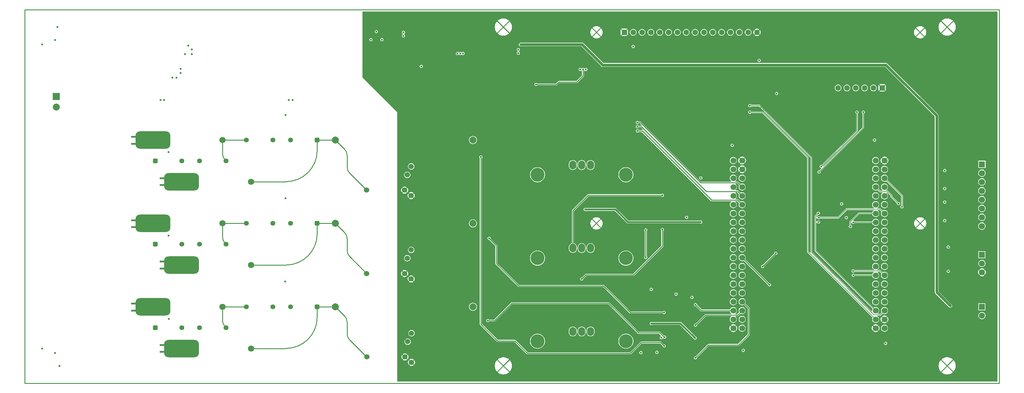
<source format=gbl>
G04 Layer_Physical_Order=4*
G04 Layer_Color=11796480*
%FSLAX43Y43*%
%MOMM*%
G71*
G01*
G75*
%ADD21C,2.000*%
%ADD29C,0.250*%
%ADD30C,0.500*%
%ADD31C,0.150*%
%ADD32C,0.200*%
%ADD33C,0.750*%
%ADD37C,0.254*%
%ADD38C,0.178*%
%ADD39O,2.000X2.500*%
%ADD40C,1.800*%
%ADD41C,1.600*%
%ADD42R,1.600X1.600*%
%ADD43C,1.524*%
%ADD46C,1.700*%
%ADD47R,1.750X1.750*%
%ADD48C,1.750*%
%ADD49C,4.000*%
%ADD50R,2.000X2.000*%
%ADD51R,1.800X1.800*%
%ADD52C,1.400*%
G04:AMPARAMS|DCode=53|XSize=1.4mm|YSize=1.4mm|CornerRadius=0.35mm|HoleSize=0mm|Usage=FLASHONLY|Rotation=0.000|XOffset=0mm|YOffset=0mm|HoleType=Round|Shape=RoundedRectangle|*
%AMROUNDEDRECTD53*
21,1,1.400,0.700,0,0,0.0*
21,1,0.700,1.400,0,0,0.0*
1,1,0.700,0.350,-0.350*
1,1,0.700,-0.350,-0.350*
1,1,0.700,-0.350,0.350*
1,1,0.700,0.350,0.350*
%
%ADD53ROUNDEDRECTD53*%
%ADD54C,0.600*%
G04:AMPARAMS|DCode=73|XSize=10mm|YSize=5mm|CornerRadius=1.25mm|HoleSize=0mm|Usage=FLASHONLY|Rotation=180.000|XOffset=0mm|YOffset=0mm|HoleType=Round|Shape=RoundedRectangle|*
%AMROUNDEDRECTD73*
21,1,10.000,2.500,0,0,180.0*
21,1,7.500,5.000,0,0,180.0*
1,1,2.500,-3.750,1.250*
1,1,2.500,3.750,1.250*
1,1,2.500,3.750,-1.250*
1,1,2.500,-3.750,-1.250*
%
%ADD73ROUNDEDRECTD73*%
G36*
X279500Y500D02*
X107000D01*
Y78000D01*
X97000Y88000D01*
Y107000D01*
X279500D01*
Y500D01*
D02*
G37*
%LPC*%
G36*
X109120Y32595D02*
X108855Y32560D01*
X108608Y32457D01*
X108497Y32373D01*
X109120Y31750D01*
X109743Y32373D01*
X109632Y32457D01*
X109385Y32560D01*
X109120Y32595D01*
D02*
G37*
G36*
X275000Y33059D02*
X274705Y33020D01*
X274431Y32906D01*
X274296Y32803D01*
X275000Y32100D01*
X275704Y32803D01*
X275569Y32906D01*
X275295Y33020D01*
X275000Y33059D01*
D02*
G37*
G36*
X244460Y34629D02*
X244199Y34594D01*
X243956Y34493D01*
X243747Y34333D01*
X243587Y34124D01*
X243486Y33881D01*
X243451Y33620D01*
X243486Y33359D01*
X243587Y33116D01*
X243747Y32907D01*
X243956Y32746D01*
X244057Y32704D01*
X244023Y32529D01*
X238388D01*
X238324Y32624D01*
X238176Y32724D01*
X238000Y32759D01*
X237824Y32724D01*
X237676Y32624D01*
X237576Y32476D01*
X237541Y32300D01*
X237576Y32124D01*
X237676Y31976D01*
X237824Y31876D01*
X238000Y31841D01*
X238176Y31876D01*
X238324Y31976D01*
X238388Y32071D01*
X243821D01*
X243880Y31896D01*
X243747Y31793D01*
X243587Y31584D01*
X243486Y31341D01*
X243482Y31309D01*
X238408D01*
X238344Y31404D01*
X238196Y31504D01*
X238020Y31539D01*
X237844Y31504D01*
X237696Y31404D01*
X237596Y31256D01*
X237561Y31080D01*
X237596Y30904D01*
X237696Y30756D01*
X237844Y30656D01*
X238020Y30621D01*
X238196Y30656D01*
X238344Y30756D01*
X238408Y30851D01*
X243482D01*
X243486Y30819D01*
X243587Y30576D01*
X243747Y30367D01*
X243956Y30206D01*
X244199Y30106D01*
X244460Y30071D01*
X244721Y30106D01*
X244964Y30206D01*
X245173Y30367D01*
X245333Y30576D01*
X245434Y30819D01*
X245469Y31080D01*
X245434Y31341D01*
X245333Y31584D01*
X245173Y31793D01*
X245040Y31896D01*
X245099Y32071D01*
X245685D01*
X246146Y31610D01*
X246126Y31584D01*
X246026Y31341D01*
X245991Y31080D01*
X246026Y30819D01*
X246126Y30576D01*
X246287Y30367D01*
X246496Y30206D01*
X246739Y30106D01*
X247000Y30071D01*
X247261Y30106D01*
X247504Y30206D01*
X247713Y30367D01*
X247873Y30576D01*
X247974Y30819D01*
X248009Y31080D01*
X247974Y31341D01*
X247873Y31584D01*
X247713Y31793D01*
X247504Y31953D01*
X247261Y32054D01*
X247000Y32089D01*
X246739Y32054D01*
X246496Y31953D01*
X246470Y31934D01*
X245942Y32462D01*
X245868Y32512D01*
X245780Y32529D01*
X244897D01*
X244863Y32704D01*
X244964Y32746D01*
X245173Y32907D01*
X245333Y33116D01*
X245434Y33359D01*
X245469Y33620D01*
X245434Y33881D01*
X245333Y34124D01*
X245173Y34333D01*
X244964Y34493D01*
X244721Y34594D01*
X244460Y34629D01*
D02*
G37*
G36*
X265300Y32659D02*
X265124Y32624D01*
X264976Y32524D01*
X264876Y32376D01*
X264841Y32200D01*
X264876Y32024D01*
X264976Y31876D01*
X265124Y31776D01*
X265300Y31741D01*
X265476Y31776D01*
X265624Y31876D01*
X265724Y32024D01*
X265759Y32200D01*
X265724Y32376D01*
X265624Y32524D01*
X265476Y32624D01*
X265300Y32659D01*
D02*
G37*
G36*
X108317Y32193D02*
X108233Y32082D01*
X108130Y31835D01*
X108095Y31570D01*
X108130Y31305D01*
X108233Y31058D01*
X108317Y30947D01*
X108940Y31570D01*
X108317Y32193D01*
D02*
G37*
G36*
X274117Y32624D02*
X274014Y32489D01*
X273900Y32215D01*
X273861Y31920D01*
X273900Y31625D01*
X274014Y31351D01*
X274117Y31216D01*
X274820Y31920D01*
X274117Y32624D01*
D02*
G37*
G36*
X275883Y32624D02*
X275180Y31920D01*
X275883Y31216D01*
X275986Y31351D01*
X276100Y31625D01*
X276139Y31920D01*
X276100Y32215D01*
X275986Y32489D01*
X275883Y32624D01*
D02*
G37*
G36*
X203560Y34629D02*
X203299Y34594D01*
X203056Y34493D01*
X202847Y34333D01*
X202686Y34124D01*
X202586Y33881D01*
X202551Y33620D01*
X202586Y33359D01*
X202686Y33116D01*
X202847Y32907D01*
X203056Y32746D01*
X203299Y32646D01*
X203560Y32611D01*
X203821Y32646D01*
X204064Y32746D01*
X204273Y32907D01*
X204433Y33116D01*
X204534Y33359D01*
X204569Y33620D01*
X204534Y33881D01*
X204433Y34124D01*
X204273Y34333D01*
X204064Y34493D01*
X203821Y34594D01*
X203560Y34629D01*
D02*
G37*
G36*
X172700Y38160D02*
X172279Y38119D01*
X171873Y37996D01*
X171500Y37796D01*
X171172Y37528D01*
X170904Y37200D01*
X170704Y36827D01*
X170581Y36421D01*
X170540Y36000D01*
X170581Y35579D01*
X170704Y35173D01*
X170904Y34800D01*
X171172Y34472D01*
X171500Y34204D01*
X171873Y34004D01*
X172279Y33881D01*
X172700Y33840D01*
X173121Y33881D01*
X173527Y34004D01*
X173900Y34204D01*
X174228Y34472D01*
X174496Y34800D01*
X174696Y35173D01*
X174819Y35579D01*
X174860Y36000D01*
X174819Y36421D01*
X174696Y36827D01*
X174496Y37200D01*
X174228Y37528D01*
X173900Y37796D01*
X173527Y37996D01*
X173121Y38119D01*
X172700Y38160D01*
D02*
G37*
G36*
X109880Y36890D02*
X109642Y36859D01*
X109420Y36767D01*
X109230Y36620D01*
X109083Y36430D01*
X108991Y36208D01*
X108960Y35970D01*
X108991Y35732D01*
X109083Y35510D01*
X109230Y35320D01*
X109420Y35173D01*
X109642Y35081D01*
X109880Y35050D01*
X110118Y35081D01*
X110340Y35173D01*
X110530Y35320D01*
X110677Y35510D01*
X110769Y35732D01*
X110800Y35970D01*
X110769Y36208D01*
X110677Y36430D01*
X110530Y36620D01*
X110340Y36767D01*
X110118Y36859D01*
X109880Y36890D01*
D02*
G37*
G36*
X203560Y37169D02*
X203299Y37134D01*
X203056Y37033D01*
X202847Y36873D01*
X202686Y36664D01*
X202586Y36421D01*
X202551Y36160D01*
X202586Y35899D01*
X202686Y35656D01*
X202847Y35447D01*
X203056Y35286D01*
X203299Y35186D01*
X203560Y35151D01*
X203821Y35186D01*
X204064Y35286D01*
X204273Y35447D01*
X204433Y35656D01*
X204534Y35899D01*
X204569Y36160D01*
X204534Y36421D01*
X204433Y36664D01*
X204273Y36873D01*
X204064Y37033D01*
X203821Y37134D01*
X203560Y37169D01*
D02*
G37*
G36*
X147300Y38160D02*
X146879Y38119D01*
X146473Y37996D01*
X146100Y37796D01*
X145772Y37528D01*
X145504Y37200D01*
X145304Y36827D01*
X145181Y36421D01*
X145140Y36000D01*
X145181Y35579D01*
X145304Y35173D01*
X145504Y34800D01*
X145772Y34472D01*
X146100Y34204D01*
X146473Y34004D01*
X146879Y33881D01*
X147300Y33840D01*
X147721Y33881D01*
X148127Y34004D01*
X148500Y34204D01*
X148828Y34472D01*
X149096Y34800D01*
X149296Y35173D01*
X149419Y35579D01*
X149460Y36000D01*
X149419Y36421D01*
X149296Y36827D01*
X149096Y37200D01*
X148828Y37528D01*
X148500Y37796D01*
X148127Y37996D01*
X147721Y38119D01*
X147300Y38160D01*
D02*
G37*
G36*
X206100Y34629D02*
X205839Y34594D01*
X205596Y34493D01*
X205387Y34333D01*
X205227Y34124D01*
X205126Y33881D01*
X205091Y33620D01*
X205126Y33359D01*
X205227Y33116D01*
X205387Y32907D01*
X205596Y32746D01*
X205839Y32646D01*
X206100Y32611D01*
X206361Y32646D01*
X206604Y32746D01*
X206813Y32907D01*
X206973Y33116D01*
X207074Y33359D01*
X207109Y33620D01*
X207074Y33881D01*
X206973Y34124D01*
X206813Y34333D01*
X206604Y34493D01*
X206361Y34594D01*
X206100Y34629D01*
D02*
G37*
G36*
X247000D02*
X246739Y34594D01*
X246496Y34493D01*
X246287Y34333D01*
X246126Y34124D01*
X246026Y33881D01*
X245991Y33620D01*
X246026Y33359D01*
X246126Y33116D01*
X246287Y32907D01*
X246496Y32746D01*
X246739Y32646D01*
X247000Y32611D01*
X247261Y32646D01*
X247504Y32746D01*
X247713Y32907D01*
X247873Y33116D01*
X247974Y33359D01*
X248009Y33620D01*
X247974Y33881D01*
X247873Y34124D01*
X247713Y34333D01*
X247504Y34493D01*
X247261Y34594D01*
X247000Y34629D01*
D02*
G37*
G36*
X275000Y35494D02*
X274732Y35459D01*
X274483Y35355D01*
X274269Y35191D01*
X274105Y34977D01*
X274001Y34728D01*
X273966Y34460D01*
X274001Y34192D01*
X274105Y33943D01*
X274269Y33729D01*
X274483Y33565D01*
X274732Y33461D01*
X275000Y33426D01*
X275268Y33461D01*
X275517Y33565D01*
X275731Y33729D01*
X275895Y33943D01*
X275999Y34192D01*
X276034Y34460D01*
X275999Y34728D01*
X275895Y34977D01*
X275731Y35191D01*
X275517Y35355D01*
X275268Y35459D01*
X275000Y35494D01*
D02*
G37*
G36*
X206100Y37169D02*
X205839Y37134D01*
X205596Y37033D01*
X205387Y36873D01*
X205227Y36664D01*
X205126Y36421D01*
X205091Y36160D01*
X205126Y35899D01*
X205227Y35656D01*
X205387Y35447D01*
X205596Y35286D01*
X205839Y35186D01*
X206100Y35151D01*
X206361Y35186D01*
X206585Y35278D01*
X213512Y28352D01*
X213501Y28300D01*
X213536Y28124D01*
X213636Y27976D01*
X213784Y27876D01*
X213960Y27841D01*
X214136Y27876D01*
X214284Y27976D01*
X214384Y28124D01*
X214419Y28300D01*
X214384Y28476D01*
X214284Y28624D01*
X214136Y28724D01*
X213960Y28759D01*
X213908Y28748D01*
X206982Y35675D01*
X207074Y35899D01*
X207109Y36160D01*
X207074Y36421D01*
X206973Y36664D01*
X206813Y36873D01*
X206604Y37033D01*
X206361Y37134D01*
X206100Y37169D01*
D02*
G37*
G36*
X111000Y29820D02*
X110377Y29197D01*
X110488Y29113D01*
X110735Y29010D01*
X111000Y28975D01*
X111265Y29010D01*
X111512Y29113D01*
X111623Y29197D01*
X111000Y29820D01*
D02*
G37*
G36*
X111803Y30623D02*
X111180Y30000D01*
X111803Y29377D01*
X111887Y29488D01*
X111990Y29735D01*
X112025Y30000D01*
X111990Y30265D01*
X111887Y30512D01*
X111803Y30623D01*
D02*
G37*
G36*
X247000Y29549D02*
X246739Y29514D01*
X246496Y29413D01*
X246287Y29253D01*
X246126Y29044D01*
X246026Y28801D01*
X245991Y28540D01*
X246026Y28279D01*
X246126Y28036D01*
X246287Y27827D01*
X246496Y27667D01*
X246739Y27566D01*
X247000Y27531D01*
X247261Y27566D01*
X247504Y27667D01*
X247713Y27827D01*
X247873Y28036D01*
X247974Y28279D01*
X248009Y28540D01*
X247974Y28801D01*
X247873Y29044D01*
X247713Y29253D01*
X247504Y29413D01*
X247261Y29514D01*
X247000Y29549D01*
D02*
G37*
G36*
X203560D02*
X203299Y29514D01*
X203056Y29413D01*
X202847Y29253D01*
X202686Y29044D01*
X202586Y28801D01*
X202551Y28540D01*
X202586Y28279D01*
X202686Y28036D01*
X202847Y27827D01*
X203056Y27667D01*
X203299Y27566D01*
X203560Y27531D01*
X203821Y27566D01*
X204064Y27667D01*
X204273Y27827D01*
X204433Y28036D01*
X204534Y28279D01*
X204569Y28540D01*
X204534Y28801D01*
X204433Y29044D01*
X204273Y29253D01*
X204064Y29413D01*
X203821Y29514D01*
X203560Y29549D01*
D02*
G37*
G36*
X206100D02*
X205839Y29514D01*
X205596Y29413D01*
X205387Y29253D01*
X205227Y29044D01*
X205126Y28801D01*
X205091Y28540D01*
X205126Y28279D01*
X205227Y28036D01*
X205387Y27827D01*
X205596Y27667D01*
X205839Y27566D01*
X206100Y27531D01*
X206361Y27566D01*
X206604Y27667D01*
X206813Y27827D01*
X206973Y28036D01*
X207074Y28279D01*
X207109Y28540D01*
X207074Y28801D01*
X206973Y29044D01*
X206813Y29253D01*
X206604Y29413D01*
X206361Y29514D01*
X206100Y29549D01*
D02*
G37*
G36*
X244460D02*
X244199Y29514D01*
X243956Y29413D01*
X243747Y29253D01*
X243587Y29044D01*
X243486Y28801D01*
X243451Y28540D01*
X243486Y28279D01*
X243587Y28036D01*
X243747Y27827D01*
X243956Y27667D01*
X244199Y27566D01*
X244460Y27531D01*
X244721Y27566D01*
X244964Y27667D01*
X245173Y27827D01*
X245333Y28036D01*
X245434Y28279D01*
X245469Y28540D01*
X245434Y28801D01*
X245333Y29044D01*
X245173Y29253D01*
X244964Y29413D01*
X244721Y29514D01*
X244460Y29549D01*
D02*
G37*
G36*
X110197Y30623D02*
X110113Y30512D01*
X110010Y30265D01*
X109975Y30000D01*
X110010Y29735D01*
X110113Y29488D01*
X110197Y29377D01*
X110820Y30000D01*
X110197Y30623D01*
D02*
G37*
G36*
X109120Y31390D02*
X108497Y30767D01*
X108608Y30683D01*
X108855Y30580D01*
X109120Y30545D01*
X109385Y30580D01*
X109632Y30683D01*
X109743Y30767D01*
X109120Y31390D01*
D02*
G37*
G36*
X275000Y31740D02*
X274296Y31037D01*
X274431Y30934D01*
X274705Y30820D01*
X275000Y30781D01*
X275295Y30820D01*
X275569Y30934D01*
X275704Y31037D01*
X275000Y31740D01*
D02*
G37*
G36*
X109923Y32193D02*
X109300Y31570D01*
X109923Y30947D01*
X110007Y31058D01*
X110110Y31305D01*
X110145Y31570D01*
X110110Y31835D01*
X110007Y32082D01*
X109923Y32193D01*
D02*
G37*
G36*
X183175Y44684D02*
X182999Y44649D01*
X182851Y44549D01*
X182751Y44401D01*
X182716Y44225D01*
X182751Y44049D01*
X182851Y43901D01*
X182895Y43871D01*
Y39591D01*
X174784Y31480D01*
X161200D01*
X161093Y31459D01*
X161002Y31398D01*
X160052Y30448D01*
X160000Y30459D01*
X159824Y30424D01*
X159676Y30324D01*
X159576Y30176D01*
X159541Y30000D01*
X159576Y29824D01*
X159676Y29676D01*
X159824Y29576D01*
X160000Y29541D01*
X160176Y29576D01*
X160324Y29676D01*
X160424Y29824D01*
X160459Y30000D01*
X160448Y30052D01*
X161316Y30920D01*
X174900D01*
X175007Y30941D01*
X175098Y31002D01*
X183373Y39277D01*
X183434Y39368D01*
X183455Y39475D01*
Y43871D01*
X183499Y43901D01*
X183599Y44049D01*
X183634Y44225D01*
X183599Y44401D01*
X183499Y44549D01*
X183351Y44649D01*
X183175Y44684D01*
D02*
G37*
G36*
X203560Y32089D02*
X203299Y32054D01*
X203056Y31953D01*
X202847Y31793D01*
X202686Y31584D01*
X202586Y31341D01*
X202551Y31080D01*
X202586Y30819D01*
X202686Y30576D01*
X202847Y30367D01*
X203056Y30206D01*
X203299Y30106D01*
X203560Y30071D01*
X203821Y30106D01*
X204064Y30206D01*
X204273Y30367D01*
X204433Y30576D01*
X204534Y30819D01*
X204569Y31080D01*
X204534Y31341D01*
X204433Y31584D01*
X204273Y31793D01*
X204064Y31953D01*
X203821Y32054D01*
X203560Y32089D01*
D02*
G37*
G36*
X206100D02*
X205839Y32054D01*
X205596Y31953D01*
X205387Y31793D01*
X205227Y31584D01*
X205126Y31341D01*
X205091Y31080D01*
X205126Y30819D01*
X205227Y30576D01*
X205387Y30367D01*
X205596Y30206D01*
X205839Y30106D01*
X206100Y30071D01*
X206361Y30106D01*
X206604Y30206D01*
X206813Y30367D01*
X206973Y30576D01*
X207074Y30819D01*
X207109Y31080D01*
X207074Y31341D01*
X206973Y31584D01*
X206813Y31793D01*
X206604Y31953D01*
X206361Y32054D01*
X206100Y32089D01*
D02*
G37*
G36*
X111000Y31025D02*
X110735Y30990D01*
X110488Y30887D01*
X110377Y30803D01*
X111000Y30180D01*
X111623Y30803D01*
X111512Y30887D01*
X111265Y30990D01*
X111000Y31025D01*
D02*
G37*
G36*
X244460Y37169D02*
X244199Y37134D01*
X243956Y37033D01*
X243747Y36873D01*
X243587Y36664D01*
X243486Y36421D01*
X243451Y36160D01*
X243486Y35899D01*
X243587Y35656D01*
X243747Y35447D01*
X243956Y35286D01*
X244199Y35186D01*
X244460Y35151D01*
X244721Y35186D01*
X244964Y35286D01*
X245173Y35447D01*
X245333Y35656D01*
X245434Y35899D01*
X245469Y36160D01*
X245434Y36421D01*
X245333Y36664D01*
X245173Y36873D01*
X244964Y37033D01*
X244721Y37134D01*
X244460Y37169D01*
D02*
G37*
G36*
Y44789D02*
X244199Y44754D01*
X243956Y44653D01*
X243747Y44493D01*
X243587Y44284D01*
X243486Y44041D01*
X243451Y43780D01*
X243486Y43519D01*
X243587Y43276D01*
X243747Y43067D01*
X243956Y42907D01*
X244199Y42806D01*
X244460Y42771D01*
X244721Y42806D01*
X244964Y42907D01*
X245173Y43067D01*
X245333Y43276D01*
X245434Y43519D01*
X245469Y43780D01*
X245434Y44041D01*
X245333Y44284D01*
X245173Y44493D01*
X244964Y44653D01*
X244721Y44754D01*
X244460Y44789D01*
D02*
G37*
G36*
X247000D02*
X246739Y44754D01*
X246496Y44653D01*
X246287Y44493D01*
X246126Y44284D01*
X246026Y44041D01*
X245991Y43780D01*
X246026Y43519D01*
X246126Y43276D01*
X246287Y43067D01*
X246496Y42907D01*
X246739Y42806D01*
X247000Y42771D01*
X247261Y42806D01*
X247504Y42907D01*
X247713Y43067D01*
X247873Y43276D01*
X247974Y43519D01*
X248009Y43780D01*
X247974Y44041D01*
X247873Y44284D01*
X247713Y44493D01*
X247504Y44653D01*
X247261Y44754D01*
X247000Y44789D01*
D02*
G37*
G36*
X275000Y46279D02*
X274726Y46243D01*
X274470Y46137D01*
X274251Y45969D01*
X274083Y45750D01*
X273977Y45494D01*
X273941Y45220D01*
X273977Y44946D01*
X274083Y44690D01*
X274251Y44471D01*
X274470Y44303D01*
X274726Y44197D01*
X275000Y44161D01*
X275274Y44197D01*
X275530Y44303D01*
X275749Y44471D01*
X275917Y44690D01*
X276023Y44946D01*
X276059Y45220D01*
X276023Y45494D01*
X275917Y45750D01*
X275749Y45969D01*
X275530Y46137D01*
X275274Y46243D01*
X275000Y46279D01*
D02*
G37*
G36*
X206100Y44789D02*
X205839Y44754D01*
X205596Y44653D01*
X205387Y44493D01*
X205227Y44284D01*
X205126Y44041D01*
X205091Y43780D01*
X205126Y43519D01*
X205227Y43276D01*
X205387Y43067D01*
X205596Y42907D01*
X205839Y42806D01*
X206100Y42771D01*
X206361Y42806D01*
X206604Y42907D01*
X206813Y43067D01*
X206973Y43276D01*
X207074Y43519D01*
X207109Y43780D01*
X207074Y44041D01*
X206973Y44284D01*
X206813Y44493D01*
X206604Y44653D01*
X206361Y44754D01*
X206100Y44789D01*
D02*
G37*
G36*
X244460Y42249D02*
X244199Y42214D01*
X243956Y42113D01*
X243747Y41953D01*
X243587Y41744D01*
X243486Y41501D01*
X243451Y41240D01*
X243486Y40979D01*
X243587Y40736D01*
X243747Y40527D01*
X243956Y40367D01*
X244199Y40266D01*
X244460Y40231D01*
X244721Y40266D01*
X244964Y40367D01*
X245173Y40527D01*
X245333Y40736D01*
X245434Y40979D01*
X245469Y41240D01*
X245434Y41501D01*
X245333Y41744D01*
X245173Y41953D01*
X244964Y42113D01*
X244721Y42214D01*
X244460Y42249D01*
D02*
G37*
G36*
X247000D02*
X246739Y42214D01*
X246496Y42113D01*
X246287Y41953D01*
X246126Y41744D01*
X246026Y41501D01*
X245991Y41240D01*
X246026Y40979D01*
X246126Y40736D01*
X246287Y40527D01*
X246496Y40367D01*
X246739Y40266D01*
X247000Y40231D01*
X247261Y40266D01*
X247504Y40367D01*
X247713Y40527D01*
X247873Y40736D01*
X247974Y40979D01*
X248009Y41240D01*
X247974Y41501D01*
X247873Y41744D01*
X247713Y41953D01*
X247504Y42113D01*
X247261Y42214D01*
X247000Y42249D01*
D02*
G37*
G36*
X203560Y44789D02*
X203299Y44754D01*
X203056Y44653D01*
X202847Y44493D01*
X202686Y44284D01*
X202586Y44041D01*
X202551Y43780D01*
X202586Y43519D01*
X202686Y43276D01*
X202847Y43067D01*
X203056Y42907D01*
X203299Y42806D01*
X203560Y42771D01*
X203821Y42806D01*
X204064Y42907D01*
X204273Y43067D01*
X204433Y43276D01*
X204534Y43519D01*
X204569Y43780D01*
X204534Y44041D01*
X204433Y44284D01*
X204273Y44493D01*
X204064Y44653D01*
X203821Y44754D01*
X203560Y44789D01*
D02*
G37*
G36*
X164250Y45820D02*
X163102Y44673D01*
X163271Y44535D01*
X163576Y44372D01*
X163906Y44271D01*
X164250Y44238D01*
X164594Y44271D01*
X164924Y44372D01*
X165229Y44535D01*
X165398Y44673D01*
X164250Y45820D01*
D02*
G37*
G36*
X165577Y47148D02*
X164430Y46000D01*
X165577Y44852D01*
X165715Y45021D01*
X165878Y45326D01*
X165979Y45656D01*
X166012Y46000D01*
X165979Y46344D01*
X165878Y46674D01*
X165715Y46979D01*
X165577Y47148D01*
D02*
G37*
G36*
X258597D02*
X257450Y46000D01*
X258597Y44852D01*
X258735Y45021D01*
X258898Y45326D01*
X258999Y45656D01*
X259032Y46000D01*
X258999Y46344D01*
X258898Y46674D01*
X258735Y46979D01*
X258597Y47148D01*
D02*
G37*
G36*
X203560Y47329D02*
X203299Y47294D01*
X203056Y47193D01*
X202847Y47033D01*
X202686Y46824D01*
X202586Y46581D01*
X202551Y46320D01*
X202586Y46059D01*
X202686Y45816D01*
X202847Y45607D01*
X203056Y45446D01*
X203299Y45346D01*
X203560Y45311D01*
X203821Y45346D01*
X204064Y45446D01*
X204273Y45607D01*
X204433Y45816D01*
X204534Y46059D01*
X204569Y46320D01*
X204534Y46581D01*
X204433Y46824D01*
X204273Y47033D01*
X204064Y47193D01*
X203821Y47294D01*
X203560Y47329D01*
D02*
G37*
G36*
X255943Y47148D02*
X255805Y46979D01*
X255642Y46674D01*
X255541Y46344D01*
X255508Y46000D01*
X255541Y45656D01*
X255642Y45326D01*
X255805Y45021D01*
X255943Y44852D01*
X257090Y46000D01*
X255943Y47148D01*
D02*
G37*
G36*
X257270Y45820D02*
X256122Y44673D01*
X256291Y44535D01*
X256596Y44372D01*
X256926Y44271D01*
X257270Y44238D01*
X257614Y44271D01*
X257944Y44372D01*
X258249Y44535D01*
X258418Y44673D01*
X257270Y45820D01*
D02*
G37*
G36*
X128750Y47160D02*
X128450Y47120D01*
X128170Y47005D01*
X127930Y46820D01*
X127745Y46580D01*
X127630Y46300D01*
X127590Y46000D01*
X127630Y45700D01*
X127745Y45420D01*
X127930Y45180D01*
X128170Y44995D01*
X128450Y44880D01*
X128750Y44840D01*
X129050Y44880D01*
X129330Y44995D01*
X129570Y45180D01*
X129755Y45420D01*
X129870Y45700D01*
X129910Y46000D01*
X129870Y46300D01*
X129755Y46580D01*
X129570Y46820D01*
X129330Y47005D01*
X129050Y47120D01*
X128750Y47160D01*
D02*
G37*
G36*
X162923Y47148D02*
X162785Y46979D01*
X162622Y46674D01*
X162521Y46344D01*
X162488Y46000D01*
X162521Y45656D01*
X162622Y45326D01*
X162785Y45021D01*
X162923Y44852D01*
X164070Y46000D01*
X162923Y47148D01*
D02*
G37*
G36*
X111000Y39300D02*
X110762Y39269D01*
X110540Y39177D01*
X110350Y39030D01*
X110203Y38840D01*
X110111Y38618D01*
X110080Y38380D01*
X110111Y38142D01*
X110203Y37920D01*
X110350Y37730D01*
X110540Y37583D01*
X110762Y37491D01*
X111000Y37460D01*
X111238Y37491D01*
X111460Y37583D01*
X111650Y37730D01*
X111797Y37920D01*
X111889Y38142D01*
X111920Y38380D01*
X111889Y38618D01*
X111797Y38840D01*
X111650Y39030D01*
X111460Y39177D01*
X111238Y39269D01*
X111000Y39300D01*
D02*
G37*
G36*
X160000Y40310D02*
X159700Y40270D01*
X159420Y40155D01*
X159180Y39970D01*
X158995Y39730D01*
X158880Y39450D01*
X158840Y39150D01*
Y38650D01*
X158880Y38350D01*
X158995Y38070D01*
X159180Y37830D01*
X159420Y37645D01*
X159700Y37530D01*
X160000Y37490D01*
X160300Y37530D01*
X160580Y37645D01*
X160820Y37830D01*
X161005Y38070D01*
X161120Y38350D01*
X161160Y38650D01*
Y39150D01*
X161120Y39450D01*
X161005Y39730D01*
X160820Y39970D01*
X160580Y40155D01*
X160300Y40270D01*
X160000Y40310D01*
D02*
G37*
G36*
X162550D02*
X162250Y40270D01*
X161970Y40155D01*
X161730Y39970D01*
X161545Y39730D01*
X161430Y39450D01*
X161390Y39150D01*
Y38650D01*
X161430Y38350D01*
X161545Y38070D01*
X161730Y37830D01*
X161970Y37645D01*
X162250Y37530D01*
X162550Y37490D01*
X162850Y37530D01*
X163130Y37645D01*
X163370Y37830D01*
X163555Y38070D01*
X163670Y38350D01*
X163710Y38650D01*
Y39150D01*
X163670Y39450D01*
X163555Y39730D01*
X163370Y39970D01*
X163130Y40155D01*
X162850Y40270D01*
X162550Y40310D01*
D02*
G37*
G36*
X215760Y37859D02*
X215584Y37824D01*
X215436Y37724D01*
X215336Y37576D01*
X215301Y37400D01*
X215312Y37348D01*
X212032Y34068D01*
X211980Y34079D01*
X211804Y34044D01*
X211656Y33944D01*
X211556Y33796D01*
X211521Y33620D01*
X211556Y33444D01*
X211656Y33296D01*
X211804Y33196D01*
X211980Y33161D01*
X212156Y33196D01*
X212304Y33296D01*
X212404Y33444D01*
X212439Y33620D01*
X212428Y33672D01*
X215708Y36952D01*
X215760Y36941D01*
X215936Y36976D01*
X216084Y37076D01*
X216184Y37224D01*
X216219Y37400D01*
X216184Y37576D01*
X216084Y37724D01*
X215936Y37824D01*
X215760Y37859D01*
D02*
G37*
G36*
X247000Y37169D02*
X246739Y37134D01*
X246496Y37033D01*
X246287Y36873D01*
X246126Y36664D01*
X246026Y36421D01*
X245991Y36160D01*
X246026Y35899D01*
X246126Y35656D01*
X246287Y35447D01*
X246496Y35286D01*
X246739Y35186D01*
X247000Y35151D01*
X247261Y35186D01*
X247504Y35286D01*
X247713Y35447D01*
X247873Y35656D01*
X247974Y35899D01*
X248009Y36160D01*
X247974Y36421D01*
X247873Y36664D01*
X247713Y36873D01*
X247504Y37033D01*
X247261Y37134D01*
X247000Y37169D01*
D02*
G37*
G36*
X178400Y44559D02*
X178224Y44524D01*
X178076Y44424D01*
X177976Y44276D01*
X177941Y44100D01*
X177976Y43924D01*
X178076Y43776D01*
X178120Y43746D01*
Y36554D01*
X178076Y36524D01*
X177976Y36376D01*
X177941Y36200D01*
X177976Y36024D01*
X178076Y35876D01*
X178224Y35776D01*
X178400Y35741D01*
X178576Y35776D01*
X178724Y35876D01*
X178824Y36024D01*
X178859Y36200D01*
X178824Y36376D01*
X178724Y36524D01*
X178680Y36554D01*
Y43746D01*
X178724Y43776D01*
X178824Y43924D01*
X178859Y44100D01*
X178824Y44276D01*
X178724Y44424D01*
X178576Y44524D01*
X178400Y44559D01*
D02*
G37*
G36*
X276025Y38025D02*
X273975D01*
Y35975D01*
X276025D01*
Y38025D01*
D02*
G37*
G36*
X208300Y80359D02*
X208124Y80324D01*
X207976Y80224D01*
X207876Y80076D01*
X207841Y79900D01*
X207876Y79724D01*
X207976Y79576D01*
X208124Y79476D01*
X208300Y79441D01*
X208476Y79476D01*
X208624Y79576D01*
X208688Y79671D01*
X211005D01*
X225771Y64905D01*
Y37700D01*
X225785Y37627D01*
X225777Y37617D01*
X225588Y37576D01*
X225229Y37935D01*
Y65000D01*
X225212Y65088D01*
X225162Y65162D01*
X212162Y78162D01*
X212088Y78212D01*
X212000Y78229D01*
X208688D01*
X208624Y78324D01*
X208476Y78424D01*
X208300Y78459D01*
X208124Y78424D01*
X207976Y78324D01*
X207876Y78176D01*
X207841Y78000D01*
X207876Y77824D01*
X207976Y77676D01*
X208124Y77576D01*
X208300Y77541D01*
X208476Y77576D01*
X208624Y77676D01*
X208688Y77771D01*
X211905D01*
X224771Y64905D01*
Y37840D01*
X224788Y37752D01*
X224838Y37678D01*
X243606Y18910D01*
X243587Y18884D01*
X243486Y18641D01*
X243451Y18380D01*
X243486Y18119D01*
X243587Y17876D01*
X243747Y17667D01*
X243956Y17507D01*
X244199Y17406D01*
X244460Y17371D01*
X244721Y17406D01*
X244964Y17507D01*
X245173Y17667D01*
X245333Y17876D01*
X245434Y18119D01*
X245469Y18380D01*
X245434Y18641D01*
X245333Y18884D01*
X245173Y19093D01*
X244964Y19253D01*
X244863Y19296D01*
X244897Y19471D01*
X245780D01*
X245868Y19488D01*
X245942Y19538D01*
X246470Y20066D01*
X246496Y20046D01*
X246739Y19946D01*
X247000Y19911D01*
X247261Y19946D01*
X247504Y20046D01*
X247713Y20207D01*
X247873Y20416D01*
X247974Y20659D01*
X248009Y20920D01*
X247974Y21181D01*
X247873Y21424D01*
X247713Y21633D01*
X247504Y21793D01*
X247261Y21894D01*
X247000Y21929D01*
X246739Y21894D01*
X246496Y21793D01*
X246287Y21633D01*
X246126Y21424D01*
X246026Y21181D01*
X245991Y20920D01*
X246026Y20659D01*
X246126Y20416D01*
X246146Y20390D01*
X245685Y19929D01*
X245099D01*
X245040Y20104D01*
X245173Y20207D01*
X245333Y20416D01*
X245434Y20659D01*
X245469Y20920D01*
X245434Y21181D01*
X245333Y21424D01*
X245173Y21633D01*
X244964Y21793D01*
X244721Y21894D01*
X244460Y21929D01*
X244199Y21894D01*
X243956Y21793D01*
X243930Y21774D01*
X227429Y38275D01*
Y46206D01*
X227604Y46223D01*
X227611Y46189D01*
X227711Y46041D01*
X227859Y45941D01*
X228035Y45906D01*
X228211Y45941D01*
X228359Y46041D01*
X228459Y46189D01*
X228494Y46365D01*
X228459Y46541D01*
X228359Y46689D01*
X228211Y46789D01*
X228035Y46824D01*
X227859Y46789D01*
X227711Y46689D01*
X227611Y46541D01*
X227604Y46507D01*
X227429Y46524D01*
Y47476D01*
X227604Y47493D01*
X227611Y47459D01*
X227711Y47311D01*
X227859Y47211D01*
X228035Y47176D01*
X228211Y47211D01*
X228359Y47311D01*
X228423Y47406D01*
X233635D01*
X233723Y47423D01*
X233797Y47473D01*
X236195Y49871D01*
X243847D01*
X243906Y49696D01*
X243747Y49573D01*
X243587Y49364D01*
X243486Y49121D01*
X243482Y49089D01*
X239560D01*
X239560Y49089D01*
X239472Y49072D01*
X239398Y49022D01*
X237033Y46657D01*
X236983Y46583D01*
X236966Y46495D01*
Y45483D01*
X236871Y45419D01*
X236771Y45271D01*
X236736Y45095D01*
X236771Y44919D01*
X236871Y44771D01*
X237019Y44671D01*
X237195Y44636D01*
X237371Y44671D01*
X237519Y44771D01*
X237619Y44919D01*
X237654Y45095D01*
X237619Y45271D01*
X237519Y45419D01*
X237424Y45483D01*
Y46111D01*
X237596Y46144D01*
X237696Y45996D01*
X237844Y45896D01*
X238020Y45861D01*
X238196Y45896D01*
X238344Y45996D01*
X238408Y46091D01*
X243482D01*
X243486Y46059D01*
X243587Y45816D01*
X243747Y45607D01*
X243956Y45446D01*
X244199Y45346D01*
X244460Y45311D01*
X244721Y45346D01*
X244964Y45446D01*
X245173Y45607D01*
X245333Y45816D01*
X245434Y46059D01*
X245469Y46320D01*
X245434Y46581D01*
X245333Y46824D01*
X245173Y47033D01*
X244964Y47193D01*
X244721Y47294D01*
X244460Y47329D01*
X244199Y47294D01*
X243956Y47193D01*
X243747Y47033D01*
X243587Y46824D01*
X243486Y46581D01*
X243482Y46549D01*
X238408D01*
X238344Y46644D01*
X238196Y46744D01*
X238046Y46774D01*
X237998Y46856D01*
X237972Y46948D01*
X239655Y48631D01*
X243482D01*
X243486Y48599D01*
X243587Y48356D01*
X243747Y48147D01*
X243956Y47986D01*
X244199Y47886D01*
X244460Y47851D01*
X244721Y47886D01*
X244964Y47986D01*
X245173Y48147D01*
X245333Y48356D01*
X245434Y48599D01*
X245469Y48860D01*
X245434Y49121D01*
X245333Y49364D01*
X245173Y49573D01*
X245014Y49696D01*
X245073Y49871D01*
X245665D01*
X246146Y49390D01*
X246126Y49364D01*
X246026Y49121D01*
X245991Y48860D01*
X246026Y48599D01*
X246126Y48356D01*
X246287Y48147D01*
X246496Y47986D01*
X246739Y47886D01*
X247000Y47851D01*
X247261Y47886D01*
X247504Y47986D01*
X247713Y48147D01*
X247873Y48356D01*
X247974Y48599D01*
X248009Y48860D01*
X247974Y49121D01*
X247873Y49364D01*
X247713Y49573D01*
X247504Y49733D01*
X247261Y49834D01*
X247000Y49869D01*
X246739Y49834D01*
X246496Y49733D01*
X246470Y49714D01*
X245922Y50262D01*
X245848Y50312D01*
X245760Y50329D01*
X244946D01*
X244911Y50504D01*
X244964Y50527D01*
X245173Y50687D01*
X245333Y50896D01*
X245434Y51139D01*
X245469Y51400D01*
X245434Y51661D01*
X245333Y51904D01*
X245173Y52113D01*
X244964Y52273D01*
X244721Y52374D01*
X244460Y52409D01*
X244199Y52374D01*
X243956Y52273D01*
X243747Y52113D01*
X243587Y51904D01*
X243486Y51661D01*
X243451Y51400D01*
X243486Y51139D01*
X243587Y50896D01*
X243747Y50687D01*
X243956Y50527D01*
X244009Y50504D01*
X243974Y50329D01*
X236100D01*
X236012Y50312D01*
X235938Y50262D01*
X233540Y47864D01*
X228423D01*
X228359Y47959D01*
X228211Y48059D01*
X228035Y48094D01*
X227859Y48059D01*
X227711Y47959D01*
X227611Y47811D01*
X227604Y47777D01*
X227429Y47794D01*
Y48015D01*
X227883Y48468D01*
X227995Y48446D01*
X228171Y48481D01*
X228319Y48581D01*
X228419Y48729D01*
X228454Y48905D01*
X228419Y49081D01*
X228319Y49229D01*
X228171Y49329D01*
X227995Y49364D01*
X227819Y49329D01*
X227671Y49229D01*
X227571Y49081D01*
X227536Y48905D01*
X227558Y48793D01*
X227038Y48272D01*
X226988Y48198D01*
X226971Y48110D01*
Y38180D01*
X226988Y38092D01*
X227038Y38018D01*
X243606Y21450D01*
X243587Y21424D01*
X243486Y21181D01*
X243451Y20920D01*
X243466Y20805D01*
X243301Y20724D01*
X226229Y37795D01*
Y65000D01*
X226229Y65000D01*
X226212Y65088D01*
X226162Y65162D01*
X226162Y65162D01*
X211262Y80062D01*
X211188Y80112D01*
X211100Y80129D01*
X208688D01*
X208624Y80224D01*
X208476Y80324D01*
X208300Y80359D01*
D02*
G37*
G36*
X265300Y39659D02*
X265124Y39624D01*
X264976Y39524D01*
X264876Y39376D01*
X264841Y39200D01*
X264876Y39024D01*
X264976Y38876D01*
X265124Y38776D01*
X265300Y38741D01*
X265476Y38776D01*
X265624Y38876D01*
X265724Y39024D01*
X265759Y39200D01*
X265724Y39376D01*
X265624Y39524D01*
X265476Y39624D01*
X265300Y39659D01*
D02*
G37*
G36*
X203560Y42249D02*
X203299Y42214D01*
X203056Y42113D01*
X202847Y41953D01*
X202686Y41744D01*
X202586Y41501D01*
X202551Y41240D01*
X202586Y40979D01*
X202686Y40736D01*
X202847Y40527D01*
X203056Y40367D01*
X203299Y40266D01*
X203560Y40231D01*
X203821Y40266D01*
X204064Y40367D01*
X204273Y40527D01*
X204433Y40736D01*
X204534Y40979D01*
X204569Y41240D01*
X204534Y41501D01*
X204433Y41744D01*
X204273Y41953D01*
X204064Y42113D01*
X203821Y42214D01*
X203560Y42249D01*
D02*
G37*
G36*
X206100D02*
X205839Y42214D01*
X205596Y42113D01*
X205387Y41953D01*
X205227Y41744D01*
X205126Y41501D01*
X205091Y41240D01*
X205126Y40979D01*
X205227Y40736D01*
X205387Y40527D01*
X205596Y40367D01*
X205839Y40266D01*
X206100Y40231D01*
X206361Y40266D01*
X206604Y40367D01*
X206813Y40527D01*
X206973Y40736D01*
X207074Y40979D01*
X207109Y41240D01*
X207074Y41501D01*
X206973Y41744D01*
X206813Y41953D01*
X206604Y42113D01*
X206361Y42214D01*
X206100Y42249D01*
D02*
G37*
G36*
X247000Y39709D02*
X246739Y39674D01*
X246496Y39573D01*
X246287Y39413D01*
X246126Y39204D01*
X246026Y38961D01*
X245991Y38700D01*
X246026Y38439D01*
X246126Y38196D01*
X246287Y37987D01*
X246496Y37826D01*
X246739Y37726D01*
X247000Y37691D01*
X247261Y37726D01*
X247504Y37826D01*
X247713Y37987D01*
X247873Y38196D01*
X247974Y38439D01*
X248009Y38700D01*
X247974Y38961D01*
X247873Y39204D01*
X247713Y39413D01*
X247504Y39573D01*
X247261Y39674D01*
X247000Y39709D01*
D02*
G37*
G36*
X203560D02*
X203299Y39674D01*
X203056Y39573D01*
X202847Y39413D01*
X202686Y39204D01*
X202586Y38961D01*
X202551Y38700D01*
X202586Y38439D01*
X202686Y38196D01*
X202847Y37987D01*
X203056Y37826D01*
X203299Y37726D01*
X203560Y37691D01*
X203821Y37726D01*
X204064Y37826D01*
X204273Y37987D01*
X204433Y38196D01*
X204534Y38439D01*
X204569Y38700D01*
X204534Y38961D01*
X204433Y39204D01*
X204273Y39413D01*
X204064Y39573D01*
X203821Y39674D01*
X203560Y39709D01*
D02*
G37*
G36*
X206100D02*
X205839Y39674D01*
X205596Y39573D01*
X205387Y39413D01*
X205227Y39204D01*
X205126Y38961D01*
X205091Y38700D01*
X205126Y38439D01*
X205227Y38196D01*
X205387Y37987D01*
X205596Y37826D01*
X205839Y37726D01*
X206100Y37691D01*
X206361Y37726D01*
X206604Y37826D01*
X206813Y37987D01*
X206973Y38196D01*
X207074Y38439D01*
X207109Y38700D01*
X207074Y38961D01*
X206973Y39204D01*
X206813Y39413D01*
X206604Y39573D01*
X206361Y39674D01*
X206100Y39709D01*
D02*
G37*
G36*
X244460D02*
X244199Y39674D01*
X243956Y39573D01*
X243747Y39413D01*
X243587Y39204D01*
X243486Y38961D01*
X243451Y38700D01*
X243486Y38439D01*
X243587Y38196D01*
X243747Y37987D01*
X243956Y37826D01*
X244199Y37726D01*
X244460Y37691D01*
X244721Y37726D01*
X244964Y37826D01*
X245173Y37987D01*
X245333Y38196D01*
X245434Y38439D01*
X245469Y38700D01*
X245434Y38961D01*
X245333Y39204D01*
X245173Y39413D01*
X244964Y39573D01*
X244721Y39674D01*
X244460Y39709D01*
D02*
G37*
G36*
X180000Y27459D02*
X179824Y27424D01*
X179676Y27324D01*
X179576Y27176D01*
X179541Y27000D01*
X179576Y26824D01*
X179676Y26676D01*
X179824Y26576D01*
X180000Y26541D01*
X180176Y26576D01*
X180324Y26676D01*
X180424Y26824D01*
X180459Y27000D01*
X180424Y27176D01*
X180324Y27324D01*
X180176Y27424D01*
X180000Y27459D01*
D02*
G37*
G36*
X206430Y9889D02*
X206254Y9854D01*
X206106Y9754D01*
X206006Y9606D01*
X205971Y9430D01*
X206006Y9254D01*
X206106Y9106D01*
X206254Y9006D01*
X206430Y8971D01*
X206606Y9006D01*
X206754Y9106D01*
X206854Y9254D01*
X206889Y9430D01*
X206854Y9606D01*
X206754Y9754D01*
X206606Y9854D01*
X206430Y9889D01*
D02*
G37*
G36*
X147300Y14260D02*
X146879Y14219D01*
X146473Y14096D01*
X146100Y13896D01*
X145772Y13628D01*
X145504Y13300D01*
X145304Y12927D01*
X145181Y12521D01*
X145140Y12100D01*
X145181Y11679D01*
X145304Y11273D01*
X145504Y10900D01*
X145772Y10572D01*
X146100Y10304D01*
X146473Y10104D01*
X146879Y9981D01*
X147300Y9940D01*
X147721Y9981D01*
X148127Y10104D01*
X148500Y10304D01*
X148828Y10572D01*
X149096Y10900D01*
X149296Y11273D01*
X149419Y11679D01*
X149460Y12100D01*
X149419Y12521D01*
X149296Y12927D01*
X149096Y13300D01*
X148828Y13628D01*
X148500Y13896D01*
X148127Y14096D01*
X147721Y14219D01*
X147300Y14260D01*
D02*
G37*
G36*
X172700D02*
X172279Y14219D01*
X171873Y14096D01*
X171500Y13896D01*
X171172Y13628D01*
X170904Y13300D01*
X170704Y12927D01*
X170581Y12521D01*
X170540Y12100D01*
X170581Y11679D01*
X170704Y11273D01*
X170904Y10900D01*
X171172Y10572D01*
X171500Y10304D01*
X171873Y10104D01*
X172279Y9981D01*
X172700Y9940D01*
X173121Y9981D01*
X173527Y10104D01*
X173900Y10304D01*
X174228Y10572D01*
X174496Y10900D01*
X174696Y11273D01*
X174819Y11679D01*
X174860Y12100D01*
X174819Y12521D01*
X174696Y12927D01*
X174496Y13300D01*
X174228Y13628D01*
X173900Y13896D01*
X173527Y14096D01*
X173121Y14219D01*
X172700Y14260D01*
D02*
G37*
G36*
X181600Y9359D02*
X181424Y9324D01*
X181276Y9224D01*
X181176Y9076D01*
X181141Y8900D01*
X181176Y8724D01*
X181276Y8576D01*
X181424Y8476D01*
X181600Y8441D01*
X181776Y8476D01*
X181924Y8576D01*
X182024Y8724D01*
X182059Y8900D01*
X182024Y9076D01*
X181924Y9224D01*
X181776Y9324D01*
X181600Y9359D01*
D02*
G37*
G36*
X206100Y24469D02*
X205839Y24434D01*
X205596Y24333D01*
X205387Y24173D01*
X205227Y23964D01*
X205126Y23721D01*
X205091Y23460D01*
X205126Y23199D01*
X205227Y22956D01*
X205387Y22747D01*
X205596Y22587D01*
X205839Y22486D01*
X206100Y22451D01*
X206361Y22486D01*
X206585Y22578D01*
X207720Y21444D01*
Y14116D01*
X204884Y11280D01*
X196400D01*
X196293Y11259D01*
X196202Y11198D01*
X192752Y7748D01*
X192700Y7759D01*
X192524Y7724D01*
X192376Y7624D01*
X192276Y7476D01*
X192241Y7300D01*
X192276Y7124D01*
X192376Y6976D01*
X192524Y6876D01*
X192700Y6841D01*
X192876Y6876D01*
X193024Y6976D01*
X193124Y7124D01*
X193159Y7300D01*
X193148Y7352D01*
X196516Y10720D01*
X205000D01*
X205107Y10741D01*
X205198Y10802D01*
X208198Y13802D01*
X208259Y13893D01*
X208280Y14000D01*
Y21560D01*
X208259Y21667D01*
X208198Y21758D01*
X206982Y22975D01*
X207074Y23199D01*
X207109Y23460D01*
X207074Y23721D01*
X206973Y23964D01*
X206813Y24173D01*
X206604Y24333D01*
X206361Y24434D01*
X206100Y24469D01*
D02*
G37*
G36*
X109220Y8595D02*
X108955Y8560D01*
X108708Y8457D01*
X108597Y8373D01*
X109220Y7750D01*
X109843Y8373D01*
X109732Y8457D01*
X109485Y8560D01*
X109220Y8595D01*
D02*
G37*
G36*
X177000Y9259D02*
X176824Y9224D01*
X176676Y9124D01*
X176576Y8976D01*
X176541Y8800D01*
X176576Y8624D01*
X176676Y8476D01*
X176824Y8376D01*
X177000Y8341D01*
X177176Y8376D01*
X177324Y8476D01*
X177424Y8624D01*
X177459Y8800D01*
X177424Y8976D01*
X177324Y9124D01*
X177176Y9224D01*
X177000Y9259D01*
D02*
G37*
G36*
X131025Y65584D02*
X130849Y65549D01*
X130701Y65449D01*
X130601Y65301D01*
X130566Y65125D01*
X130601Y64949D01*
X130701Y64801D01*
X130745Y64771D01*
Y16975D01*
X130766Y16868D01*
X130827Y16777D01*
X135602Y12002D01*
X135693Y11941D01*
X135800Y11920D01*
X135800Y11920D01*
X140684D01*
X144202Y8402D01*
X144293Y8341D01*
X144400Y8320D01*
X174000D01*
X174107Y8341D01*
X174198Y8402D01*
X177216Y11420D01*
X182584D01*
X183222Y10782D01*
X183211Y10730D01*
X183246Y10554D01*
X183346Y10406D01*
X183494Y10306D01*
X183670Y10271D01*
X183846Y10306D01*
X183994Y10406D01*
X184094Y10554D01*
X184129Y10730D01*
X184094Y10906D01*
X183994Y11054D01*
X183846Y11154D01*
X183670Y11189D01*
X183618Y11178D01*
X182898Y11898D01*
X182807Y11959D01*
X182700Y11980D01*
X177100D01*
X176993Y11959D01*
X176902Y11898D01*
X173884Y8880D01*
X144516D01*
X140998Y12398D01*
X140907Y12459D01*
X140800Y12480D01*
X135916D01*
X131305Y17091D01*
Y64771D01*
X131349Y64801D01*
X131449Y64949D01*
X131484Y65125D01*
X131449Y65301D01*
X131349Y65449D01*
X131201Y65549D01*
X131025Y65584D01*
D02*
G37*
G36*
X111100Y15300D02*
X110862Y15269D01*
X110640Y15177D01*
X110450Y15030D01*
X110303Y14840D01*
X110211Y14618D01*
X110180Y14380D01*
X110211Y14142D01*
X110303Y13920D01*
X110450Y13730D01*
X110640Y13583D01*
X110862Y13491D01*
X111100Y13460D01*
X111338Y13491D01*
X111560Y13583D01*
X111750Y13730D01*
X111897Y13920D01*
X111989Y14142D01*
X112020Y14380D01*
X111989Y14618D01*
X111897Y14840D01*
X111750Y15030D01*
X111560Y15177D01*
X111338Y15269D01*
X111100Y15300D01*
D02*
G37*
G36*
X157450Y16310D02*
X157150Y16270D01*
X156870Y16155D01*
X156630Y15970D01*
X156445Y15730D01*
X156330Y15450D01*
X156290Y15150D01*
Y14650D01*
X156330Y14350D01*
X156445Y14070D01*
X156630Y13830D01*
X156870Y13645D01*
X157150Y13530D01*
X157450Y13490D01*
X157750Y13530D01*
X158030Y13645D01*
X158270Y13830D01*
X158455Y14070D01*
X158570Y14350D01*
X158610Y14650D01*
Y15150D01*
X158570Y15450D01*
X158455Y15730D01*
X158270Y15970D01*
X158030Y16155D01*
X157750Y16270D01*
X157450Y16310D01*
D02*
G37*
G36*
X160000D02*
X159700Y16270D01*
X159420Y16155D01*
X159180Y15970D01*
X158995Y15730D01*
X158880Y15450D01*
X158840Y15150D01*
Y14650D01*
X158880Y14350D01*
X158995Y14070D01*
X159180Y13830D01*
X159420Y13645D01*
X159700Y13530D01*
X160000Y13490D01*
X160300Y13530D01*
X160580Y13645D01*
X160820Y13830D01*
X161005Y14070D01*
X161120Y14350D01*
X161160Y14650D01*
Y15150D01*
X161120Y15450D01*
X161005Y15730D01*
X160820Y15970D01*
X160580Y16155D01*
X160300Y16270D01*
X160000Y16310D01*
D02*
G37*
G36*
X167800Y23280D02*
X139900D01*
X139793Y23259D01*
X139702Y23198D01*
X134784Y18280D01*
X133354D01*
X133324Y18324D01*
X133176Y18424D01*
X133000Y18459D01*
X132824Y18424D01*
X132676Y18324D01*
X132576Y18176D01*
X132541Y18000D01*
X132576Y17824D01*
X132676Y17676D01*
X132824Y17576D01*
X133000Y17541D01*
X133176Y17576D01*
X133324Y17676D01*
X133354Y17720D01*
X134900D01*
X135007Y17741D01*
X135098Y17802D01*
X140016Y22720D01*
X167684D01*
X176102Y14302D01*
X176193Y14241D01*
X176300Y14220D01*
X182284D01*
X182788Y13715D01*
X182731Y13525D01*
X182724Y13524D01*
X182576Y13424D01*
X182476Y13276D01*
X182441Y13100D01*
X182476Y12924D01*
X182576Y12776D01*
X182724Y12676D01*
X182900Y12641D01*
X183076Y12676D01*
X183224Y12776D01*
X183312Y12906D01*
X183374Y12932D01*
X183508Y12954D01*
X183624Y12876D01*
X183800Y12841D01*
X183976Y12876D01*
X184124Y12976D01*
X184224Y13124D01*
X184259Y13300D01*
X184224Y13476D01*
X184124Y13624D01*
X183976Y13724D01*
X183800Y13759D01*
X183624Y13724D01*
X183593Y13703D01*
X182598Y14698D01*
X182507Y14759D01*
X182400Y14780D01*
X176416D01*
X167998Y23198D01*
X167907Y23259D01*
X167800Y23280D01*
D02*
G37*
G36*
X247330Y11929D02*
X247154Y11894D01*
X247006Y11794D01*
X246906Y11646D01*
X246871Y11470D01*
X246906Y11294D01*
X247006Y11146D01*
X247154Y11046D01*
X247330Y11011D01*
X247506Y11046D01*
X247654Y11146D01*
X247754Y11294D01*
X247789Y11470D01*
X247754Y11646D01*
X247654Y11794D01*
X247506Y11894D01*
X247330Y11929D01*
D02*
G37*
G36*
X109980Y12890D02*
X109742Y12859D01*
X109520Y12767D01*
X109330Y12620D01*
X109183Y12430D01*
X109091Y12208D01*
X109060Y11970D01*
X109091Y11732D01*
X109183Y11510D01*
X109330Y11320D01*
X109520Y11173D01*
X109742Y11081D01*
X109980Y11050D01*
X110218Y11081D01*
X110440Y11173D01*
X110630Y11320D01*
X110777Y11510D01*
X110869Y11732D01*
X110900Y11970D01*
X110869Y12208D01*
X110777Y12430D01*
X110630Y12620D01*
X110440Y12767D01*
X110218Y12859D01*
X109980Y12890D01*
D02*
G37*
G36*
X180000Y17659D02*
X179824Y17624D01*
X179676Y17524D01*
X179576Y17376D01*
X179541Y17200D01*
X179576Y17024D01*
X179676Y16876D01*
X179824Y16776D01*
X180000Y16741D01*
X180176Y16776D01*
X180200Y16792D01*
X188231D01*
X192170Y12853D01*
X192176Y12824D01*
X192276Y12676D01*
X192424Y12576D01*
X192600Y12541D01*
X192776Y12576D01*
X192924Y12676D01*
X193024Y12824D01*
X193059Y13000D01*
X193024Y13176D01*
X192924Y13324D01*
X192776Y13424D01*
X192747Y13430D01*
X188688Y17488D01*
X188556Y17577D01*
X188400Y17608D01*
X188400Y17608D01*
X180200D01*
X180176Y17624D01*
X180000Y17659D01*
D02*
G37*
G36*
X139325Y6645D02*
X137680Y5000D01*
X139325Y3355D01*
X139550Y3630D01*
X139778Y4056D01*
X139918Y4519D01*
X139966Y5000D01*
X139918Y5481D01*
X139778Y5944D01*
X139550Y6370D01*
X139325Y6645D01*
D02*
G37*
G36*
X135675Y6645D02*
X135450Y6370D01*
X135222Y5944D01*
X135082Y5481D01*
X135034Y5000D01*
X135082Y4519D01*
X135222Y4056D01*
X135450Y3630D01*
X135675Y3355D01*
X137320Y5000D01*
X135675Y6645D01*
D02*
G37*
G36*
X111100Y5820D02*
X110477Y5197D01*
X110588Y5113D01*
X110835Y5010D01*
X111100Y4975D01*
X111365Y5010D01*
X111612Y5113D01*
X111723Y5197D01*
X111100Y5820D01*
D02*
G37*
G36*
X266825Y6645D02*
X265180Y5000D01*
X266825Y3355D01*
X267050Y3630D01*
X267278Y4056D01*
X267418Y4519D01*
X267466Y5000D01*
X267418Y5481D01*
X267278Y5944D01*
X267050Y6370D01*
X266825Y6645D01*
D02*
G37*
G36*
X265000Y4820D02*
X263355Y3175D01*
X263630Y2950D01*
X264056Y2722D01*
X264519Y2581D01*
X265000Y2534D01*
X265481Y2581D01*
X265944Y2722D01*
X266370Y2950D01*
X266645Y3175D01*
X265000Y4820D01*
D02*
G37*
G36*
X137500Y4820D02*
X135855Y3175D01*
X136130Y2950D01*
X136556Y2722D01*
X137019Y2582D01*
X137500Y2534D01*
X137981Y2582D01*
X138444Y2722D01*
X138870Y2950D01*
X139145Y3175D01*
X137500Y4820D01*
D02*
G37*
G36*
X263175Y6645D02*
X262950Y6370D01*
X262722Y5944D01*
X262582Y5481D01*
X262534Y5000D01*
X262582Y4519D01*
X262722Y4056D01*
X262950Y3630D01*
X263175Y3355D01*
X264820Y5000D01*
X263175Y6645D01*
D02*
G37*
G36*
X265000Y7466D02*
X264519Y7418D01*
X264056Y7278D01*
X263630Y7050D01*
X263355Y6825D01*
X265000Y5180D01*
X266645Y6825D01*
X266370Y7050D01*
X265944Y7278D01*
X265481Y7418D01*
X265000Y7466D01*
D02*
G37*
G36*
X109220Y7390D02*
X108597Y6767D01*
X108708Y6683D01*
X108955Y6580D01*
X109220Y6545D01*
X109485Y6580D01*
X109732Y6683D01*
X109843Y6767D01*
X109220Y7390D01*
D02*
G37*
G36*
X108417Y8193D02*
X108333Y8082D01*
X108230Y7835D01*
X108195Y7570D01*
X108230Y7305D01*
X108333Y7058D01*
X108417Y6947D01*
X109040Y7570D01*
X108417Y8193D01*
D02*
G37*
G36*
X110023Y8193D02*
X109400Y7570D01*
X110023Y6947D01*
X110107Y7058D01*
X110210Y7305D01*
X110245Y7570D01*
X110210Y7835D01*
X110107Y8082D01*
X110023Y8193D01*
D02*
G37*
G36*
X111100Y7025D02*
X110835Y6990D01*
X110588Y6887D01*
X110477Y6803D01*
X111100Y6180D01*
X111723Y6803D01*
X111612Y6887D01*
X111365Y6990D01*
X111100Y7025D01*
D02*
G37*
G36*
X137500Y7466D02*
X137019Y7418D01*
X136556Y7278D01*
X136130Y7050D01*
X135855Y6825D01*
X137500Y5180D01*
X139145Y6825D01*
X138870Y7050D01*
X138444Y7278D01*
X137981Y7418D01*
X137500Y7466D01*
D02*
G37*
G36*
X111903Y6623D02*
X111280Y6000D01*
X111903Y5377D01*
X111987Y5488D01*
X112090Y5735D01*
X112125Y6000D01*
X112090Y6265D01*
X111987Y6512D01*
X111903Y6623D01*
D02*
G37*
G36*
X110297D02*
X110213Y6512D01*
X110110Y6265D01*
X110075Y6000D01*
X110110Y5735D01*
X110213Y5488D01*
X110297Y5377D01*
X110920Y6000D01*
X110297Y6623D01*
D02*
G37*
G36*
X162550Y16310D02*
X162250Y16270D01*
X161970Y16155D01*
X161730Y15970D01*
X161545Y15730D01*
X161430Y15450D01*
X161390Y15150D01*
Y14650D01*
X161430Y14350D01*
X161545Y14070D01*
X161730Y13830D01*
X161970Y13645D01*
X162250Y13530D01*
X162550Y13490D01*
X162850Y13530D01*
X163130Y13645D01*
X163370Y13830D01*
X163555Y14070D01*
X163670Y14350D01*
X163710Y14650D01*
Y15150D01*
X163670Y15450D01*
X163555Y15730D01*
X163370Y15970D01*
X163130Y16155D01*
X162850Y16270D01*
X162550Y16310D01*
D02*
G37*
G36*
X276025Y23025D02*
X273975D01*
Y20975D01*
X276025D01*
Y23025D01*
D02*
G37*
G36*
X160100Y98035D02*
X142500D01*
X142295Y97995D01*
X142122Y97879D01*
X142005Y97705D01*
X141965Y97500D01*
X142005Y97295D01*
X142122Y97121D01*
X142295Y97005D01*
X142500Y96965D01*
X159878D01*
X165622Y91221D01*
X165795Y91105D01*
X166000Y91065D01*
X247178D01*
X261465Y76778D01*
Y26200D01*
X261505Y25995D01*
X261621Y25822D01*
X265522Y21921D01*
X265695Y21805D01*
X265900Y21765D01*
X266105Y21805D01*
X266279Y21921D01*
X266395Y22095D01*
X266435Y22300D01*
X266395Y22505D01*
X266279Y22678D01*
X262535Y26422D01*
Y77000D01*
X262495Y77205D01*
X262379Y77379D01*
X247779Y91979D01*
X247605Y92095D01*
X247400Y92135D01*
X166222D01*
X160479Y97879D01*
X160305Y97995D01*
X160100Y98035D01*
D02*
G37*
G36*
X203560Y24469D02*
X203299Y24434D01*
X203056Y24333D01*
X202847Y24173D01*
X202686Y23964D01*
X202586Y23721D01*
X202551Y23460D01*
X202586Y23199D01*
X202686Y22956D01*
X202847Y22747D01*
X203056Y22587D01*
X203299Y22486D01*
X203560Y22451D01*
X203821Y22486D01*
X204064Y22587D01*
X204273Y22747D01*
X204433Y22956D01*
X204534Y23199D01*
X204569Y23460D01*
X204534Y23721D01*
X204433Y23964D01*
X204273Y24173D01*
X204064Y24333D01*
X203821Y24434D01*
X203560Y24469D01*
D02*
G37*
G36*
X128750Y23160D02*
X128450Y23120D01*
X128170Y23005D01*
X127930Y22820D01*
X127745Y22580D01*
X127630Y22300D01*
X127590Y22000D01*
X127630Y21700D01*
X127745Y21420D01*
X127930Y21180D01*
X128170Y20995D01*
X128450Y20880D01*
X128750Y20840D01*
X129050Y20880D01*
X129330Y20995D01*
X129570Y21180D01*
X129755Y21420D01*
X129870Y21700D01*
X129910Y22000D01*
X129870Y22300D01*
X129755Y22580D01*
X129570Y22820D01*
X129330Y23005D01*
X129050Y23120D01*
X128750Y23160D01*
D02*
G37*
G36*
X247000Y19494D02*
X246712Y19456D01*
X246443Y19344D01*
X246314Y19245D01*
X247000Y18560D01*
X247686Y19245D01*
X247557Y19344D01*
X247288Y19456D01*
X247000Y19494D01*
D02*
G37*
G36*
X133400Y42159D02*
X133224Y42124D01*
X133076Y42024D01*
X132976Y41876D01*
X132941Y41700D01*
X132976Y41524D01*
X133076Y41376D01*
X133224Y41276D01*
X133400Y41241D01*
X133452Y41252D01*
X135220Y39484D01*
Y34400D01*
X135241Y34293D01*
X135302Y34202D01*
X141702Y27802D01*
X141793Y27741D01*
X141900Y27720D01*
X166184D01*
X173737Y20167D01*
X173828Y20106D01*
X173935Y20085D01*
X183311D01*
X183341Y20041D01*
X183489Y19941D01*
X183665Y19906D01*
X183841Y19941D01*
X183989Y20041D01*
X184089Y20189D01*
X184124Y20365D01*
X184089Y20541D01*
X183989Y20689D01*
X183841Y20789D01*
X183665Y20824D01*
X183489Y20789D01*
X183341Y20689D01*
X183311Y20645D01*
X174051D01*
X166498Y28198D01*
X166407Y28259D01*
X166300Y28280D01*
X142016D01*
X135780Y34516D01*
Y39600D01*
X135759Y39707D01*
X135698Y39798D01*
X133848Y41648D01*
X133859Y41700D01*
X133824Y41876D01*
X133724Y42024D01*
X133576Y42124D01*
X133400Y42159D01*
D02*
G37*
G36*
X192700Y23059D02*
X192524Y23024D01*
X192376Y22924D01*
X192276Y22776D01*
X192241Y22600D01*
X192276Y22424D01*
X192376Y22276D01*
X192524Y22176D01*
X192700Y22141D01*
X192752Y22152D01*
X194182Y20722D01*
X194273Y20661D01*
X194380Y20640D01*
X202594D01*
X202686Y20416D01*
X202847Y20207D01*
X203044Y20055D01*
X203045Y20037D01*
X202948Y19880D01*
X195600D01*
X195493Y19859D01*
X195402Y19798D01*
X192752Y17148D01*
X192700Y17159D01*
X192524Y17124D01*
X192376Y17024D01*
X192276Y16876D01*
X192241Y16700D01*
X192276Y16524D01*
X192376Y16376D01*
X192524Y16276D01*
X192700Y16241D01*
X192876Y16276D01*
X193024Y16376D01*
X193124Y16524D01*
X193159Y16700D01*
X193148Y16752D01*
X195716Y19320D01*
X202854D01*
X202914Y19145D01*
X202847Y19093D01*
X202686Y18884D01*
X202586Y18641D01*
X202551Y18380D01*
X202586Y18119D01*
X202686Y17876D01*
X202847Y17667D01*
X203056Y17507D01*
X203299Y17406D01*
X203560Y17371D01*
X203821Y17406D01*
X204064Y17507D01*
X204273Y17667D01*
X204433Y17876D01*
X204534Y18119D01*
X204569Y18380D01*
X204534Y18641D01*
X204433Y18884D01*
X204273Y19093D01*
X204206Y19145D01*
X204266Y19320D01*
X204780D01*
X204887Y19341D01*
X204978Y19402D01*
X205615Y20038D01*
X205839Y19946D01*
X206100Y19911D01*
X206361Y19946D01*
X206604Y20046D01*
X206813Y20207D01*
X206973Y20416D01*
X207074Y20659D01*
X207109Y20920D01*
X207074Y21181D01*
X206973Y21424D01*
X206813Y21633D01*
X206604Y21793D01*
X206361Y21894D01*
X206100Y21929D01*
X205839Y21894D01*
X205596Y21793D01*
X205387Y21633D01*
X205227Y21424D01*
X205126Y21181D01*
X205091Y20920D01*
X205126Y20659D01*
X205218Y20435D01*
X204664Y19880D01*
X204172D01*
X204075Y20037D01*
X204076Y20055D01*
X204273Y20207D01*
X204433Y20416D01*
X204534Y20659D01*
X204569Y20920D01*
X204534Y21181D01*
X204433Y21424D01*
X204273Y21633D01*
X204064Y21793D01*
X203821Y21894D01*
X203560Y21929D01*
X203299Y21894D01*
X203056Y21793D01*
X202847Y21633D01*
X202686Y21424D01*
X202594Y21200D01*
X194496D01*
X193148Y22548D01*
X193159Y22600D01*
X193124Y22776D01*
X193024Y22924D01*
X192876Y23024D01*
X192700Y23059D01*
D02*
G37*
G36*
X244460Y24469D02*
X244199Y24434D01*
X243956Y24333D01*
X243747Y24173D01*
X243587Y23964D01*
X243486Y23721D01*
X243451Y23460D01*
X243486Y23199D01*
X243587Y22956D01*
X243747Y22747D01*
X243956Y22587D01*
X244199Y22486D01*
X244460Y22451D01*
X244721Y22486D01*
X244964Y22587D01*
X245173Y22747D01*
X245333Y22956D01*
X245434Y23199D01*
X245469Y23460D01*
X245434Y23721D01*
X245333Y23964D01*
X245173Y24173D01*
X244964Y24333D01*
X244721Y24434D01*
X244460Y24469D01*
D02*
G37*
G36*
Y27009D02*
X244199Y26974D01*
X243956Y26873D01*
X243747Y26713D01*
X243587Y26504D01*
X243486Y26261D01*
X243451Y26000D01*
X243486Y25739D01*
X243587Y25496D01*
X243747Y25287D01*
X243956Y25126D01*
X244199Y25026D01*
X244460Y24991D01*
X244721Y25026D01*
X244964Y25126D01*
X245173Y25287D01*
X245333Y25496D01*
X245434Y25739D01*
X245469Y26000D01*
X245434Y26261D01*
X245333Y26504D01*
X245173Y26713D01*
X244964Y26873D01*
X244721Y26974D01*
X244460Y27009D01*
D02*
G37*
G36*
X247000D02*
X246739Y26974D01*
X246496Y26873D01*
X246287Y26713D01*
X246126Y26504D01*
X246026Y26261D01*
X245991Y26000D01*
X246026Y25739D01*
X246126Y25496D01*
X246287Y25287D01*
X246496Y25126D01*
X246739Y25026D01*
X247000Y24991D01*
X247261Y25026D01*
X247504Y25126D01*
X247713Y25287D01*
X247873Y25496D01*
X247974Y25739D01*
X248009Y26000D01*
X247974Y26261D01*
X247873Y26504D01*
X247713Y26713D01*
X247504Y26873D01*
X247261Y26974D01*
X247000Y27009D01*
D02*
G37*
G36*
X187100Y26059D02*
X186924Y26024D01*
X186776Y25924D01*
X186676Y25776D01*
X186641Y25600D01*
X186676Y25424D01*
X186776Y25276D01*
X186924Y25176D01*
X187100Y25141D01*
X187276Y25176D01*
X187424Y25276D01*
X187524Y25424D01*
X187559Y25600D01*
X187524Y25776D01*
X187424Y25924D01*
X187276Y26024D01*
X187100Y26059D01*
D02*
G37*
G36*
X206100Y27009D02*
X205839Y26974D01*
X205596Y26873D01*
X205387Y26713D01*
X205227Y26504D01*
X205126Y26261D01*
X205091Y26000D01*
X205126Y25739D01*
X205227Y25496D01*
X205387Y25287D01*
X205596Y25126D01*
X205839Y25026D01*
X206100Y24991D01*
X206361Y25026D01*
X206604Y25126D01*
X206813Y25287D01*
X206973Y25496D01*
X207074Y25739D01*
X207109Y26000D01*
X207074Y26261D01*
X206973Y26504D01*
X206813Y26713D01*
X206604Y26873D01*
X206361Y26974D01*
X206100Y27009D01*
D02*
G37*
G36*
X247000Y24469D02*
X246739Y24434D01*
X246496Y24333D01*
X246287Y24173D01*
X246126Y23964D01*
X246026Y23721D01*
X245991Y23460D01*
X246026Y23199D01*
X246126Y22956D01*
X246287Y22747D01*
X246496Y22587D01*
X246739Y22486D01*
X247000Y22451D01*
X247261Y22486D01*
X247504Y22587D01*
X247713Y22747D01*
X247873Y22956D01*
X247974Y23199D01*
X248009Y23460D01*
X247974Y23721D01*
X247873Y23964D01*
X247713Y24173D01*
X247504Y24333D01*
X247261Y24434D01*
X247000Y24469D01*
D02*
G37*
G36*
X191700Y25159D02*
X191524Y25124D01*
X191376Y25024D01*
X191276Y24876D01*
X191241Y24700D01*
X191276Y24524D01*
X191376Y24376D01*
X191524Y24276D01*
X191700Y24241D01*
X191876Y24276D01*
X192024Y24376D01*
X192124Y24524D01*
X192159Y24700D01*
X192124Y24876D01*
X192024Y25024D01*
X191876Y25124D01*
X191700Y25159D01*
D02*
G37*
G36*
X203560Y27009D02*
X203299Y26974D01*
X203056Y26873D01*
X202847Y26713D01*
X202686Y26504D01*
X202586Y26261D01*
X202551Y26000D01*
X202586Y25739D01*
X202686Y25496D01*
X202847Y25287D01*
X203056Y25126D01*
X203299Y25026D01*
X203560Y24991D01*
X203821Y25026D01*
X204064Y25126D01*
X204273Y25287D01*
X204433Y25496D01*
X204534Y25739D01*
X204569Y26000D01*
X204534Y26261D01*
X204433Y26504D01*
X204273Y26713D01*
X204064Y26873D01*
X203821Y26974D01*
X203560Y27009D01*
D02*
G37*
G36*
X243595Y16526D02*
X243496Y16397D01*
X243384Y16128D01*
X243346Y15840D01*
X243384Y15552D01*
X243496Y15283D01*
X243595Y15154D01*
X244280Y15840D01*
X243595Y16526D01*
D02*
G37*
G36*
X204425Y16526D02*
X203740Y15840D01*
X204425Y15154D01*
X204524Y15283D01*
X204636Y15552D01*
X204674Y15840D01*
X204636Y16128D01*
X204524Y16397D01*
X204425Y16526D01*
D02*
G37*
G36*
X245325Y16526D02*
X244640Y15840D01*
X245325Y15154D01*
X245424Y15283D01*
X245536Y15552D01*
X245574Y15840D01*
X245536Y16128D01*
X245424Y16397D01*
X245325Y16526D01*
D02*
G37*
G36*
X247000Y16849D02*
X246739Y16814D01*
X246496Y16713D01*
X246287Y16553D01*
X246126Y16344D01*
X246026Y16101D01*
X245991Y15840D01*
X246026Y15579D01*
X246126Y15336D01*
X246287Y15127D01*
X246496Y14967D01*
X246739Y14866D01*
X247000Y14831D01*
X247261Y14866D01*
X247504Y14967D01*
X247713Y15127D01*
X247873Y15336D01*
X247974Y15579D01*
X248009Y15840D01*
X247974Y16101D01*
X247873Y16344D01*
X247713Y16553D01*
X247504Y16713D01*
X247261Y16814D01*
X247000Y16849D01*
D02*
G37*
G36*
X203560Y15660D02*
X202874Y14975D01*
X203003Y14876D01*
X203272Y14764D01*
X203560Y14726D01*
X203848Y14764D01*
X204117Y14876D01*
X204246Y14975D01*
X203560Y15660D01*
D02*
G37*
G36*
X244460Y15660D02*
X243774Y14975D01*
X243903Y14876D01*
X244172Y14764D01*
X244460Y14726D01*
X244748Y14764D01*
X245017Y14876D01*
X245146Y14975D01*
X244460Y15660D01*
D02*
G37*
G36*
X206100Y16849D02*
X205839Y16814D01*
X205596Y16713D01*
X205387Y16553D01*
X205227Y16344D01*
X205126Y16101D01*
X205091Y15840D01*
X205126Y15579D01*
X205227Y15336D01*
X205387Y15127D01*
X205596Y14967D01*
X205839Y14866D01*
X206100Y14831D01*
X206361Y14866D01*
X206604Y14967D01*
X206813Y15127D01*
X206973Y15336D01*
X207074Y15579D01*
X207109Y15840D01*
X207074Y16101D01*
X206973Y16344D01*
X206813Y16553D01*
X206604Y16713D01*
X206361Y16814D01*
X206100Y16849D01*
D02*
G37*
G36*
X202695Y16526D02*
X202596Y16397D01*
X202484Y16128D01*
X202446Y15840D01*
X202484Y15552D01*
X202596Y15283D01*
X202695Y15154D01*
X203380Y15840D01*
X202695Y16526D01*
D02*
G37*
G36*
X246135Y19066D02*
X246036Y18937D01*
X245924Y18668D01*
X245886Y18380D01*
X245924Y18092D01*
X246036Y17823D01*
X246135Y17694D01*
X246820Y18380D01*
X246135Y19066D01*
D02*
G37*
G36*
X247865Y19066D02*
X247180Y18380D01*
X247865Y17694D01*
X247964Y17823D01*
X248076Y18092D01*
X248114Y18380D01*
X248076Y18668D01*
X247964Y18937D01*
X247865Y19066D01*
D02*
G37*
G36*
X275000Y20494D02*
X274732Y20459D01*
X274483Y20355D01*
X274269Y20191D01*
X274105Y19977D01*
X274001Y19728D01*
X273966Y19460D01*
X274001Y19192D01*
X274105Y18943D01*
X274269Y18729D01*
X274483Y18565D01*
X274732Y18461D01*
X275000Y18426D01*
X275268Y18461D01*
X275517Y18565D01*
X275731Y18729D01*
X275895Y18943D01*
X275999Y19192D01*
X276034Y19460D01*
X275999Y19728D01*
X275895Y19977D01*
X275731Y20191D01*
X275517Y20355D01*
X275268Y20459D01*
X275000Y20494D01*
D02*
G37*
G36*
X206100Y19389D02*
X205839Y19354D01*
X205596Y19253D01*
X205387Y19093D01*
X205227Y18884D01*
X205126Y18641D01*
X205091Y18380D01*
X205126Y18119D01*
X205227Y17876D01*
X205387Y17667D01*
X205596Y17507D01*
X205839Y17406D01*
X206100Y17371D01*
X206361Y17406D01*
X206604Y17507D01*
X206813Y17667D01*
X206973Y17876D01*
X207074Y18119D01*
X207109Y18380D01*
X207074Y18641D01*
X206973Y18884D01*
X206813Y19093D01*
X206604Y19253D01*
X206361Y19354D01*
X206100Y19389D01*
D02*
G37*
G36*
X244460Y16954D02*
X244172Y16916D01*
X243903Y16804D01*
X243774Y16705D01*
X244460Y16020D01*
X245146Y16705D01*
X245017Y16804D01*
X244748Y16916D01*
X244460Y16954D01*
D02*
G37*
G36*
X203560D02*
X203272Y16916D01*
X203003Y16804D01*
X202874Y16705D01*
X203560Y16020D01*
X204246Y16705D01*
X204117Y16804D01*
X203848Y16916D01*
X203560Y16954D01*
D02*
G37*
G36*
X247000Y18200D02*
X246314Y17515D01*
X246443Y17416D01*
X246712Y17304D01*
X247000Y17266D01*
X247288Y17304D01*
X247557Y17416D01*
X247686Y17515D01*
X247000Y18200D01*
D02*
G37*
G36*
X99425Y99334D02*
X99249Y99299D01*
X99101Y99199D01*
X99001Y99051D01*
X98966Y98875D01*
X99001Y98699D01*
X99101Y98551D01*
X99249Y98451D01*
X99425Y98416D01*
X99601Y98451D01*
X99749Y98551D01*
X99849Y98699D01*
X99884Y98875D01*
X99849Y99051D01*
X99749Y99199D01*
X99601Y99299D01*
X99425Y99334D01*
D02*
G37*
G36*
X102575D02*
X102399Y99299D01*
X102251Y99199D01*
X102151Y99051D01*
X102116Y98875D01*
X102151Y98699D01*
X102251Y98551D01*
X102399Y98451D01*
X102575Y98416D01*
X102751Y98451D01*
X102899Y98551D01*
X102999Y98699D01*
X103034Y98875D01*
X102999Y99051D01*
X102899Y99199D01*
X102751Y99299D01*
X102575Y99334D01*
D02*
G37*
G36*
X164250Y100820D02*
X163102Y99673D01*
X163271Y99535D01*
X163576Y99372D01*
X163906Y99271D01*
X164250Y99238D01*
X164594Y99271D01*
X164924Y99372D01*
X165229Y99535D01*
X165398Y99673D01*
X164250Y100820D01*
D02*
G37*
G36*
X174800Y97359D02*
X174624Y97324D01*
X174476Y97224D01*
X174376Y97076D01*
X174341Y96900D01*
X174376Y96724D01*
X174476Y96576D01*
X174624Y96476D01*
X174800Y96441D01*
X174976Y96476D01*
X175124Y96576D01*
X175224Y96724D01*
X175259Y96900D01*
X175224Y97076D01*
X175124Y97224D01*
X174976Y97324D01*
X174800Y97359D01*
D02*
G37*
G36*
X211000Y93359D02*
X210824Y93324D01*
X210676Y93224D01*
X210576Y93076D01*
X210541Y92900D01*
X210576Y92724D01*
X210676Y92576D01*
X210824Y92476D01*
X211000Y92441D01*
X211176Y92476D01*
X211324Y92576D01*
X211424Y92724D01*
X211459Y92900D01*
X211424Y93076D01*
X211324Y93224D01*
X211176Y93324D01*
X211000Y93359D01*
D02*
G37*
G36*
X141800Y96459D02*
X141624Y96424D01*
X141476Y96324D01*
X141376Y96176D01*
X141341Y96000D01*
X141376Y95824D01*
X141476Y95676D01*
X141594Y95596D01*
X141610Y95507D01*
Y95493D01*
X141594Y95404D01*
X141476Y95324D01*
X141376Y95176D01*
X141341Y95000D01*
X141376Y94824D01*
X141476Y94676D01*
X141624Y94576D01*
X141800Y94541D01*
X141976Y94576D01*
X142124Y94676D01*
X142224Y94824D01*
X142259Y95000D01*
X142224Y95176D01*
X142124Y95324D01*
X142006Y95404D01*
X141990Y95493D01*
Y95507D01*
X142006Y95596D01*
X142124Y95676D01*
X142224Y95824D01*
X142259Y96000D01*
X142224Y96176D01*
X142124Y96324D01*
X141976Y96424D01*
X141800Y96459D01*
D02*
G37*
G36*
X125900Y95359D02*
X125724Y95324D01*
X125617Y95252D01*
X125500Y95235D01*
X125383Y95252D01*
X125276Y95324D01*
X125100Y95359D01*
X124924Y95324D01*
X124817Y95252D01*
X124700Y95235D01*
X124583Y95252D01*
X124476Y95324D01*
X124300Y95359D01*
X124124Y95324D01*
X123976Y95224D01*
X123876Y95076D01*
X123841Y94900D01*
X123876Y94724D01*
X123976Y94576D01*
X124124Y94476D01*
X124300Y94441D01*
X124476Y94476D01*
X124624Y94576D01*
X124776D01*
X124924Y94476D01*
X125100Y94441D01*
X125276Y94476D01*
X125424Y94576D01*
X125576D01*
X125724Y94476D01*
X125900Y94441D01*
X126076Y94476D01*
X126224Y94576D01*
X126324Y94724D01*
X126359Y94900D01*
X126324Y95076D01*
X126224Y95224D01*
X126076Y95324D01*
X125900Y95359D01*
D02*
G37*
G36*
X257250Y100820D02*
X256102Y99673D01*
X256271Y99535D01*
X256576Y99372D01*
X256906Y99271D01*
X257250Y99238D01*
X257594Y99271D01*
X257924Y99372D01*
X258229Y99535D01*
X258398Y99673D01*
X257250Y100820D01*
D02*
G37*
G36*
X258577Y102148D02*
X257430Y101000D01*
X258577Y99852D01*
X258715Y100021D01*
X258878Y100326D01*
X258979Y100656D01*
X259012Y101000D01*
X258979Y101344D01*
X258878Y101674D01*
X258715Y101979D01*
X258577Y102148D01*
D02*
G37*
G36*
X210350Y100820D02*
X209700Y100170D01*
X209818Y100079D01*
X210075Y99973D01*
X210350Y99937D01*
X210625Y99973D01*
X210882Y100079D01*
X211000Y100170D01*
X210350Y100820D01*
D02*
G37*
G36*
X172250D02*
X171376Y99946D01*
X173124D01*
X172250Y100820D01*
D02*
G37*
G36*
X165577Y102148D02*
X164430Y101000D01*
X165577Y99852D01*
X165715Y100021D01*
X165878Y100326D01*
X165979Y100656D01*
X166012Y101000D01*
X165979Y101344D01*
X165878Y101674D01*
X165715Y101979D01*
X165577Y102148D01*
D02*
G37*
G36*
X108800Y101459D02*
X108624Y101424D01*
X108476Y101324D01*
X108376Y101176D01*
X108341Y101000D01*
X108376Y100824D01*
X108476Y100676D01*
X108594Y100596D01*
X108610Y100507D01*
Y100493D01*
X108594Y100404D01*
X108476Y100324D01*
X108376Y100176D01*
X108341Y100000D01*
X108376Y99824D01*
X108476Y99676D01*
X108624Y99576D01*
X108800Y99541D01*
X108976Y99576D01*
X109124Y99676D01*
X109224Y99824D01*
X109259Y100000D01*
X109224Y100176D01*
X109124Y100324D01*
X109006Y100404D01*
X108990Y100493D01*
Y100507D01*
X109006Y100596D01*
X109124Y100676D01*
X109224Y100824D01*
X109259Y101000D01*
X109224Y101176D01*
X109124Y101324D01*
X108976Y101424D01*
X108800Y101459D01*
D02*
G37*
G36*
X162923Y102148D02*
X162785Y101979D01*
X162622Y101674D01*
X162521Y101344D01*
X162488Y101000D01*
X162521Y100656D01*
X162622Y100326D01*
X162785Y100021D01*
X162923Y99852D01*
X164070Y101000D01*
X162923Y102148D01*
D02*
G37*
G36*
X255923D02*
X255785Y101979D01*
X255622Y101674D01*
X255521Y101344D01*
X255488Y101000D01*
X255521Y100656D01*
X255622Y100326D01*
X255785Y100021D01*
X255923Y99852D01*
X257070Y101000D01*
X255923Y102148D01*
D02*
G37*
G36*
X113900Y91659D02*
X113724Y91624D01*
X113576Y91524D01*
X113476Y91376D01*
X113441Y91200D01*
X113476Y91024D01*
X113576Y90876D01*
X113724Y90776D01*
X113900Y90741D01*
X114076Y90776D01*
X114224Y90876D01*
X114324Y91024D01*
X114359Y91200D01*
X114324Y91376D01*
X114224Y91524D01*
X114076Y91624D01*
X113900Y91659D01*
D02*
G37*
G36*
X216000Y83859D02*
X215824Y83824D01*
X215676Y83724D01*
X215576Y83576D01*
X215541Y83400D01*
X215576Y83224D01*
X215676Y83076D01*
X215824Y82976D01*
X216000Y82941D01*
X216176Y82976D01*
X216324Y83076D01*
X216424Y83224D01*
X216459Y83400D01*
X216424Y83576D01*
X216324Y83724D01*
X216176Y83824D01*
X216000Y83859D01*
D02*
G37*
G36*
X246350Y84820D02*
X245476Y83946D01*
X247225D01*
X246350Y84820D01*
D02*
G37*
G36*
X233650Y85958D02*
X233402Y85925D01*
X233171Y85830D01*
X232973Y85677D01*
X232820Y85479D01*
X232725Y85248D01*
X232692Y85000D01*
X232725Y84752D01*
X232820Y84521D01*
X232973Y84322D01*
X233171Y84170D01*
X233402Y84074D01*
X233650Y84042D01*
X233898Y84074D01*
X234129Y84170D01*
X234328Y84322D01*
X234480Y84521D01*
X234576Y84752D01*
X234608Y85000D01*
X234576Y85248D01*
X234480Y85479D01*
X234328Y85677D01*
X234129Y85830D01*
X233898Y85925D01*
X233650Y85958D01*
D02*
G37*
G36*
X176000Y75459D02*
X175824Y75424D01*
X175676Y75324D01*
X175576Y75176D01*
X175541Y75000D01*
X175576Y74824D01*
X175676Y74676D01*
X175824Y74576D01*
X176000Y74541D01*
X176176Y74576D01*
X176324Y74676D01*
X176354Y74720D01*
X176784D01*
X177256Y74248D01*
X177219Y74138D01*
X177176Y74080D01*
X176354D01*
X176324Y74124D01*
X176176Y74224D01*
X176000Y74259D01*
X175824Y74224D01*
X175676Y74124D01*
X175576Y73976D01*
X175541Y73800D01*
X175576Y73624D01*
X175676Y73476D01*
X175824Y73376D01*
X176000Y73341D01*
X176176Y73376D01*
X176324Y73476D01*
X176354Y73520D01*
X177084D01*
X177552Y73051D01*
X177505Y72869D01*
X177494Y72862D01*
X177400Y72880D01*
X176354D01*
X176324Y72924D01*
X176176Y73024D01*
X176000Y73059D01*
X175824Y73024D01*
X175676Y72924D01*
X175576Y72776D01*
X175541Y72600D01*
X175576Y72424D01*
X175676Y72276D01*
X175824Y72176D01*
X176000Y72141D01*
X176176Y72176D01*
X176324Y72276D01*
X176354Y72320D01*
X177284D01*
X197102Y52502D01*
X197193Y52441D01*
X197300Y52420D01*
X202973D01*
X202979Y52410D01*
X203018Y52245D01*
X202847Y52113D01*
X202686Y51904D01*
X202586Y51661D01*
X202551Y51400D01*
X202586Y51139D01*
X202686Y50896D01*
X202847Y50687D01*
X203056Y50527D01*
X203299Y50426D01*
X203560Y50391D01*
X203821Y50426D01*
X204064Y50527D01*
X204273Y50687D01*
X204433Y50896D01*
X204534Y51139D01*
X204569Y51400D01*
X204534Y51661D01*
X204433Y51904D01*
X204273Y52113D01*
X204102Y52245D01*
X204141Y52410D01*
X204147Y52420D01*
X204684D01*
X205218Y51885D01*
X205126Y51661D01*
X205091Y51400D01*
X205126Y51139D01*
X205227Y50896D01*
X205387Y50687D01*
X205596Y50527D01*
X205839Y50426D01*
X206100Y50391D01*
X206361Y50426D01*
X206604Y50527D01*
X206813Y50687D01*
X206973Y50896D01*
X207074Y51139D01*
X207109Y51400D01*
X207074Y51661D01*
X206973Y51904D01*
X206813Y52113D01*
X206604Y52273D01*
X206361Y52374D01*
X206100Y52409D01*
X205839Y52374D01*
X205615Y52282D01*
X204998Y52898D01*
X204907Y52959D01*
X204800Y52980D01*
X204240D01*
X204180Y53155D01*
X204273Y53227D01*
X204433Y53436D01*
X204534Y53679D01*
X204569Y53940D01*
X204534Y54201D01*
X204433Y54444D01*
X204273Y54653D01*
X204154Y54745D01*
X204213Y54920D01*
X204724D01*
X205218Y54425D01*
X205126Y54201D01*
X205091Y53940D01*
X205126Y53679D01*
X205227Y53436D01*
X205387Y53227D01*
X205596Y53067D01*
X205839Y52966D01*
X206100Y52931D01*
X206361Y52966D01*
X206604Y53067D01*
X206813Y53227D01*
X206973Y53436D01*
X207074Y53679D01*
X207109Y53940D01*
X207074Y54201D01*
X206973Y54444D01*
X206813Y54653D01*
X206604Y54813D01*
X206361Y54914D01*
X206100Y54949D01*
X205839Y54914D01*
X205615Y54821D01*
X205038Y55398D01*
X204947Y55459D01*
X204840Y55480D01*
X204187D01*
X204128Y55655D01*
X204273Y55767D01*
X204433Y55976D01*
X204534Y56219D01*
X204569Y56480D01*
X204534Y56741D01*
X204433Y56984D01*
X204273Y57193D01*
X204206Y57245D01*
X204266Y57420D01*
X204764D01*
X205218Y56965D01*
X205126Y56741D01*
X205091Y56480D01*
X205126Y56219D01*
X205227Y55976D01*
X205387Y55767D01*
X205596Y55606D01*
X205839Y55506D01*
X206100Y55471D01*
X206361Y55506D01*
X206604Y55606D01*
X206813Y55767D01*
X206973Y55976D01*
X207074Y56219D01*
X207109Y56480D01*
X207074Y56741D01*
X206973Y56984D01*
X206813Y57193D01*
X206604Y57353D01*
X206361Y57454D01*
X206100Y57489D01*
X205839Y57454D01*
X205615Y57361D01*
X205078Y57898D01*
X204987Y57959D01*
X204880Y57980D01*
X204172D01*
X204075Y58137D01*
X204076Y58155D01*
X204273Y58307D01*
X204433Y58516D01*
X204534Y58759D01*
X204569Y59020D01*
X204534Y59281D01*
X204433Y59524D01*
X204273Y59733D01*
X204064Y59893D01*
X203821Y59994D01*
X203560Y60029D01*
X203299Y59994D01*
X203056Y59893D01*
X202847Y59733D01*
X202686Y59524D01*
X202586Y59281D01*
X202551Y59020D01*
X202586Y58759D01*
X202686Y58516D01*
X202847Y58307D01*
X203044Y58155D01*
X203045Y58137D01*
X202948Y57980D01*
X194316D01*
X177098Y75198D01*
X177007Y75259D01*
X176900Y75280D01*
X176354D01*
X176324Y75324D01*
X176176Y75424D01*
X176000Y75459D01*
D02*
G37*
G36*
X203230Y68929D02*
X203054Y68894D01*
X202906Y68794D01*
X202806Y68646D01*
X202771Y68470D01*
X202806Y68294D01*
X202906Y68146D01*
X203054Y68046D01*
X203230Y68011D01*
X203406Y68046D01*
X203554Y68146D01*
X203654Y68294D01*
X203689Y68470D01*
X203654Y68646D01*
X203554Y68794D01*
X203406Y68894D01*
X203230Y68929D01*
D02*
G37*
G36*
X128750Y71160D02*
X128450Y71120D01*
X128170Y71005D01*
X127930Y70820D01*
X127745Y70580D01*
X127630Y70300D01*
X127590Y70000D01*
X127630Y69700D01*
X127745Y69420D01*
X127930Y69180D01*
X128170Y68995D01*
X128450Y68880D01*
X128750Y68840D01*
X129050Y68880D01*
X129330Y68995D01*
X129570Y69180D01*
X129755Y69420D01*
X129870Y69700D01*
X129910Y70000D01*
X129870Y70300D01*
X129755Y70580D01*
X129570Y70820D01*
X129330Y71005D01*
X129050Y71120D01*
X128750Y71160D01*
D02*
G37*
G36*
X244130Y70429D02*
X243954Y70394D01*
X243806Y70294D01*
X243706Y70146D01*
X243671Y69970D01*
X243706Y69794D01*
X243806Y69646D01*
X243954Y69546D01*
X244130Y69511D01*
X244306Y69546D01*
X244454Y69646D01*
X244554Y69794D01*
X244589Y69970D01*
X244554Y70146D01*
X244454Y70294D01*
X244306Y70394D01*
X244130Y70429D01*
D02*
G37*
G36*
X236190Y85958D02*
X235942Y85925D01*
X235711Y85830D01*
X235513Y85677D01*
X235360Y85479D01*
X235265Y85248D01*
X235232Y85000D01*
X235265Y84752D01*
X235360Y84521D01*
X235513Y84322D01*
X235711Y84170D01*
X235942Y84074D01*
X236190Y84042D01*
X236438Y84074D01*
X236669Y84170D01*
X236868Y84322D01*
X237020Y84521D01*
X237116Y84752D01*
X237148Y85000D01*
X237116Y85248D01*
X237020Y85479D01*
X236868Y85677D01*
X236669Y85830D01*
X236438Y85925D01*
X236190Y85958D01*
D02*
G37*
G36*
X245296Y85874D02*
Y84126D01*
X246171Y85000D01*
X245296Y85874D01*
D02*
G37*
G36*
X247225Y86054D02*
X245476D01*
X246350Y85180D01*
X247225Y86054D01*
D02*
G37*
G36*
X161200Y90759D02*
X161024Y90724D01*
X160917Y90652D01*
X160800Y90635D01*
X160683Y90652D01*
X160576Y90724D01*
X160400Y90759D01*
X160224Y90724D01*
X160117Y90652D01*
X160000Y90635D01*
X159883Y90652D01*
X159776Y90724D01*
X159600Y90759D01*
X159424Y90724D01*
X159276Y90624D01*
X159176Y90476D01*
X159141Y90300D01*
X159176Y90124D01*
X159276Y89976D01*
X159424Y89876D01*
X159600Y89841D01*
X159776Y89876D01*
X159883Y89948D01*
X159949Y89958D01*
X160120Y89848D01*
Y88616D01*
X158484Y86980D01*
X153400D01*
X153293Y86959D01*
X153202Y86898D01*
X152584Y86280D01*
X147254D01*
X147224Y86324D01*
X147076Y86424D01*
X146900Y86459D01*
X146724Y86424D01*
X146576Y86324D01*
X146476Y86176D01*
X146441Y86000D01*
X146476Y85824D01*
X146576Y85676D01*
X146724Y85576D01*
X146900Y85541D01*
X147076Y85576D01*
X147224Y85676D01*
X147254Y85720D01*
X152700D01*
X152807Y85741D01*
X152898Y85802D01*
X153516Y86420D01*
X158600D01*
X158707Y86441D01*
X158798Y86502D01*
X160598Y88302D01*
X160659Y88393D01*
X160680Y88500D01*
Y89848D01*
X160851Y89958D01*
X160917Y89948D01*
X161024Y89876D01*
X161200Y89841D01*
X161376Y89876D01*
X161524Y89976D01*
X161624Y90124D01*
X161659Y90300D01*
X161624Y90476D01*
X161524Y90624D01*
X161376Y90724D01*
X161200Y90759D01*
D02*
G37*
G36*
X247404Y85874D02*
X246530Y85000D01*
X247404Y84126D01*
Y85874D01*
D02*
G37*
G36*
X238730Y85958D02*
X238482Y85925D01*
X238251Y85830D01*
X238053Y85677D01*
X237900Y85479D01*
X237805Y85248D01*
X237772Y85000D01*
X237805Y84752D01*
X237900Y84521D01*
X238053Y84322D01*
X238251Y84170D01*
X238482Y84074D01*
X238730Y84042D01*
X238978Y84074D01*
X239209Y84170D01*
X239408Y84322D01*
X239560Y84521D01*
X239656Y84752D01*
X239688Y85000D01*
X239656Y85248D01*
X239560Y85479D01*
X239408Y85677D01*
X239209Y85830D01*
X238978Y85925D01*
X238730Y85958D01*
D02*
G37*
G36*
X241270D02*
X241022Y85925D01*
X240791Y85830D01*
X240593Y85677D01*
X240440Y85479D01*
X240345Y85248D01*
X240312Y85000D01*
X240345Y84752D01*
X240440Y84521D01*
X240593Y84322D01*
X240791Y84170D01*
X241022Y84074D01*
X241270Y84042D01*
X241518Y84074D01*
X241749Y84170D01*
X241948Y84322D01*
X242100Y84521D01*
X242196Y84752D01*
X242228Y85000D01*
X242196Y85248D01*
X242100Y85479D01*
X241948Y85677D01*
X241749Y85830D01*
X241518Y85925D01*
X241270Y85958D01*
D02*
G37*
G36*
X243810D02*
X243562Y85925D01*
X243331Y85830D01*
X243133Y85677D01*
X242980Y85479D01*
X242885Y85248D01*
X242852Y85000D01*
X242885Y84752D01*
X242980Y84521D01*
X243133Y84322D01*
X243331Y84170D01*
X243562Y84074D01*
X243810Y84042D01*
X244058Y84074D01*
X244289Y84170D01*
X244488Y84322D01*
X244640Y84521D01*
X244736Y84752D01*
X244768Y85000D01*
X244736Y85248D01*
X244640Y85479D01*
X244488Y85677D01*
X244289Y85830D01*
X244058Y85925D01*
X243810Y85958D01*
D02*
G37*
G36*
X101000Y101659D02*
X100824Y101624D01*
X100676Y101524D01*
X100576Y101376D01*
X100541Y101200D01*
X100576Y101024D01*
X100676Y100876D01*
X100824Y100776D01*
X101000Y100741D01*
X101176Y100776D01*
X101324Y100876D01*
X101424Y101024D01*
X101459Y101200D01*
X101424Y101376D01*
X101324Y101524D01*
X101176Y101624D01*
X101000Y101659D01*
D02*
G37*
G36*
X263175Y104145D02*
X262950Y103870D01*
X262722Y103444D01*
X262582Y102981D01*
X262534Y102500D01*
X262582Y102019D01*
X262722Y101556D01*
X262950Y101130D01*
X263175Y100855D01*
X264820Y102500D01*
X263175Y104145D01*
D02*
G37*
G36*
X139325D02*
X137680Y102500D01*
X139325Y100855D01*
X139550Y101130D01*
X139778Y101556D01*
X139918Y102019D01*
X139966Y102500D01*
X139918Y102981D01*
X139778Y103444D01*
X139550Y103870D01*
X139325Y104145D01*
D02*
G37*
G36*
X211180Y101650D02*
X210530Y101000D01*
X211180Y100350D01*
X211271Y100468D01*
X211377Y100725D01*
X211413Y101000D01*
X211377Y101275D01*
X211271Y101532D01*
X211180Y101650D01*
D02*
G37*
G36*
X171196Y101874D02*
Y100126D01*
X172070Y101000D01*
X171196Y101874D01*
D02*
G37*
G36*
X173304Y101874D02*
X172430Y101000D01*
X173304Y100126D01*
Y101874D01*
D02*
G37*
G36*
X209520Y101650D02*
X209429Y101532D01*
X209323Y101275D01*
X209287Y101000D01*
X209323Y100725D01*
X209429Y100468D01*
X209520Y100350D01*
X210170Y101000D01*
X209520Y101650D01*
D02*
G37*
G36*
X135675Y104145D02*
X135450Y103870D01*
X135222Y103444D01*
X135082Y102981D01*
X135034Y102500D01*
X135082Y102019D01*
X135222Y101556D01*
X135450Y101130D01*
X135675Y100855D01*
X137320Y102500D01*
X135675Y104145D01*
D02*
G37*
G36*
X210350Y102063D02*
X210075Y102027D01*
X209818Y101921D01*
X209700Y101830D01*
X210350Y101180D01*
X211000Y101830D01*
X210882Y101921D01*
X210625Y102027D01*
X210350Y102063D01*
D02*
G37*
G36*
X137500Y104966D02*
X137019Y104918D01*
X136556Y104778D01*
X136130Y104550D01*
X135855Y104325D01*
X137500Y102680D01*
X139145Y104325D01*
X138870Y104550D01*
X138444Y104778D01*
X137981Y104918D01*
X137500Y104966D01*
D02*
G37*
G36*
X265000D02*
X264519Y104918D01*
X264056Y104778D01*
X263630Y104550D01*
X263355Y104325D01*
X265000Y102680D01*
X266645Y104325D01*
X266370Y104550D01*
X265944Y104778D01*
X265481Y104918D01*
X265000Y104966D01*
D02*
G37*
G36*
X173124Y102054D02*
X171376D01*
X172250Y101180D01*
X173124Y102054D01*
D02*
G37*
G36*
X266825Y104145D02*
X265180Y102500D01*
X266825Y100855D01*
X267050Y101130D01*
X267278Y101556D01*
X267418Y102019D01*
X267466Y102500D01*
X267418Y102981D01*
X267278Y103444D01*
X267050Y103870D01*
X266825Y104145D01*
D02*
G37*
G36*
X164250Y102762D02*
X163906Y102729D01*
X163576Y102628D01*
X163271Y102465D01*
X163102Y102327D01*
X164250Y101180D01*
X165398Y102327D01*
X165229Y102465D01*
X164924Y102628D01*
X164594Y102729D01*
X164250Y102762D01*
D02*
G37*
G36*
X257250D02*
X256906Y102729D01*
X256576Y102628D01*
X256271Y102465D01*
X256102Y102327D01*
X257250Y101180D01*
X258398Y102327D01*
X258229Y102465D01*
X257924Y102628D01*
X257594Y102729D01*
X257250Y102762D01*
D02*
G37*
G36*
X207810Y101958D02*
X207562Y101926D01*
X207331Y101830D01*
X207132Y101678D01*
X206980Y101479D01*
X206884Y101248D01*
X206852Y101000D01*
X206884Y100752D01*
X206980Y100521D01*
X207132Y100322D01*
X207331Y100170D01*
X207562Y100074D01*
X207810Y100042D01*
X208058Y100074D01*
X208289Y100170D01*
X208488Y100322D01*
X208640Y100521D01*
X208736Y100752D01*
X208768Y101000D01*
X208736Y101248D01*
X208640Y101479D01*
X208488Y101678D01*
X208289Y101830D01*
X208058Y101926D01*
X207810Y101958D01*
D02*
G37*
G36*
X179870D02*
X179622Y101926D01*
X179391Y101830D01*
X179192Y101678D01*
X179040Y101479D01*
X178944Y101248D01*
X178912Y101000D01*
X178944Y100752D01*
X179040Y100521D01*
X179192Y100322D01*
X179391Y100170D01*
X179622Y100074D01*
X179870Y100042D01*
X180118Y100074D01*
X180349Y100170D01*
X180548Y100322D01*
X180700Y100521D01*
X180796Y100752D01*
X180828Y101000D01*
X180796Y101248D01*
X180700Y101479D01*
X180548Y101678D01*
X180349Y101830D01*
X180118Y101926D01*
X179870Y101958D01*
D02*
G37*
G36*
X182410D02*
X182162Y101926D01*
X181931Y101830D01*
X181732Y101678D01*
X181580Y101479D01*
X181484Y101248D01*
X181452Y101000D01*
X181484Y100752D01*
X181580Y100521D01*
X181732Y100322D01*
X181931Y100170D01*
X182162Y100074D01*
X182410Y100042D01*
X182658Y100074D01*
X182889Y100170D01*
X183088Y100322D01*
X183240Y100521D01*
X183336Y100752D01*
X183368Y101000D01*
X183336Y101248D01*
X183240Y101479D01*
X183088Y101678D01*
X182889Y101830D01*
X182658Y101926D01*
X182410Y101958D01*
D02*
G37*
G36*
X184950D02*
X184702Y101926D01*
X184471Y101830D01*
X184272Y101678D01*
X184120Y101479D01*
X184024Y101248D01*
X183992Y101000D01*
X184024Y100752D01*
X184120Y100521D01*
X184272Y100322D01*
X184471Y100170D01*
X184702Y100074D01*
X184950Y100042D01*
X185198Y100074D01*
X185429Y100170D01*
X185628Y100322D01*
X185780Y100521D01*
X185876Y100752D01*
X185908Y101000D01*
X185876Y101248D01*
X185780Y101479D01*
X185628Y101678D01*
X185429Y101830D01*
X185198Y101926D01*
X184950Y101958D01*
D02*
G37*
G36*
X177330D02*
X177082Y101926D01*
X176851Y101830D01*
X176652Y101678D01*
X176500Y101479D01*
X176404Y101248D01*
X176372Y101000D01*
X176404Y100752D01*
X176500Y100521D01*
X176652Y100322D01*
X176851Y100170D01*
X177082Y100074D01*
X177330Y100042D01*
X177578Y100074D01*
X177809Y100170D01*
X178008Y100322D01*
X178160Y100521D01*
X178256Y100752D01*
X178288Y101000D01*
X178256Y101248D01*
X178160Y101479D01*
X178008Y101678D01*
X177809Y101830D01*
X177578Y101926D01*
X177330Y101958D01*
D02*
G37*
G36*
X137500Y102320D02*
X135855Y100675D01*
X136130Y100450D01*
X136556Y100222D01*
X137019Y100082D01*
X137500Y100034D01*
X137981Y100082D01*
X138444Y100222D01*
X138870Y100450D01*
X139145Y100675D01*
X137500Y102320D01*
D02*
G37*
G36*
X265000D02*
X263355Y100675D01*
X263630Y100450D01*
X264056Y100222D01*
X264519Y100082D01*
X265000Y100034D01*
X265481Y100082D01*
X265944Y100222D01*
X266370Y100450D01*
X266645Y100675D01*
X265000Y102320D01*
D02*
G37*
G36*
X174790Y101958D02*
X174542Y101926D01*
X174311Y101830D01*
X174112Y101678D01*
X173960Y101479D01*
X173864Y101248D01*
X173832Y101000D01*
X173864Y100752D01*
X173960Y100521D01*
X174112Y100322D01*
X174311Y100170D01*
X174542Y100074D01*
X174790Y100042D01*
X175038Y100074D01*
X175269Y100170D01*
X175468Y100322D01*
X175620Y100521D01*
X175716Y100752D01*
X175748Y101000D01*
X175716Y101248D01*
X175620Y101479D01*
X175468Y101678D01*
X175269Y101830D01*
X175038Y101926D01*
X174790Y101958D01*
D02*
G37*
G36*
X187490D02*
X187242Y101926D01*
X187011Y101830D01*
X186812Y101678D01*
X186660Y101479D01*
X186564Y101248D01*
X186532Y101000D01*
X186564Y100752D01*
X186660Y100521D01*
X186812Y100322D01*
X187011Y100170D01*
X187242Y100074D01*
X187490Y100042D01*
X187738Y100074D01*
X187969Y100170D01*
X188168Y100322D01*
X188320Y100521D01*
X188416Y100752D01*
X188448Y101000D01*
X188416Y101248D01*
X188320Y101479D01*
X188168Y101678D01*
X187969Y101830D01*
X187738Y101926D01*
X187490Y101958D01*
D02*
G37*
G36*
X200190D02*
X199942Y101926D01*
X199711Y101830D01*
X199512Y101678D01*
X199360Y101479D01*
X199264Y101248D01*
X199232Y101000D01*
X199264Y100752D01*
X199360Y100521D01*
X199512Y100322D01*
X199711Y100170D01*
X199942Y100074D01*
X200190Y100042D01*
X200438Y100074D01*
X200669Y100170D01*
X200868Y100322D01*
X201020Y100521D01*
X201116Y100752D01*
X201148Y101000D01*
X201116Y101248D01*
X201020Y101479D01*
X200868Y101678D01*
X200669Y101830D01*
X200438Y101926D01*
X200190Y101958D01*
D02*
G37*
G36*
X202730D02*
X202482Y101926D01*
X202251Y101830D01*
X202052Y101678D01*
X201900Y101479D01*
X201804Y101248D01*
X201772Y101000D01*
X201804Y100752D01*
X201900Y100521D01*
X202052Y100322D01*
X202251Y100170D01*
X202482Y100074D01*
X202730Y100042D01*
X202978Y100074D01*
X203209Y100170D01*
X203408Y100322D01*
X203560Y100521D01*
X203656Y100752D01*
X203688Y101000D01*
X203656Y101248D01*
X203560Y101479D01*
X203408Y101678D01*
X203209Y101830D01*
X202978Y101926D01*
X202730Y101958D01*
D02*
G37*
G36*
X205270D02*
X205022Y101926D01*
X204791Y101830D01*
X204592Y101678D01*
X204440Y101479D01*
X204344Y101248D01*
X204312Y101000D01*
X204344Y100752D01*
X204440Y100521D01*
X204592Y100322D01*
X204791Y100170D01*
X205022Y100074D01*
X205270Y100042D01*
X205518Y100074D01*
X205749Y100170D01*
X205948Y100322D01*
X206100Y100521D01*
X206196Y100752D01*
X206228Y101000D01*
X206196Y101248D01*
X206100Y101479D01*
X205948Y101678D01*
X205749Y101830D01*
X205518Y101926D01*
X205270Y101958D01*
D02*
G37*
G36*
X197650D02*
X197402Y101926D01*
X197171Y101830D01*
X196972Y101678D01*
X196820Y101479D01*
X196724Y101248D01*
X196692Y101000D01*
X196724Y100752D01*
X196820Y100521D01*
X196972Y100322D01*
X197171Y100170D01*
X197402Y100074D01*
X197650Y100042D01*
X197898Y100074D01*
X198129Y100170D01*
X198328Y100322D01*
X198480Y100521D01*
X198576Y100752D01*
X198608Y101000D01*
X198576Y101248D01*
X198480Y101479D01*
X198328Y101678D01*
X198129Y101830D01*
X197898Y101926D01*
X197650Y101958D01*
D02*
G37*
G36*
X190030D02*
X189782Y101926D01*
X189551Y101830D01*
X189352Y101678D01*
X189200Y101479D01*
X189104Y101248D01*
X189072Y101000D01*
X189104Y100752D01*
X189200Y100521D01*
X189352Y100322D01*
X189551Y100170D01*
X189782Y100074D01*
X190030Y100042D01*
X190278Y100074D01*
X190509Y100170D01*
X190708Y100322D01*
X190860Y100521D01*
X190956Y100752D01*
X190988Y101000D01*
X190956Y101248D01*
X190860Y101479D01*
X190708Y101678D01*
X190509Y101830D01*
X190278Y101926D01*
X190030Y101958D01*
D02*
G37*
G36*
X192570D02*
X192322Y101926D01*
X192091Y101830D01*
X191892Y101678D01*
X191740Y101479D01*
X191644Y101248D01*
X191612Y101000D01*
X191644Y100752D01*
X191740Y100521D01*
X191892Y100322D01*
X192091Y100170D01*
X192322Y100074D01*
X192570Y100042D01*
X192818Y100074D01*
X193049Y100170D01*
X193248Y100322D01*
X193400Y100521D01*
X193496Y100752D01*
X193528Y101000D01*
X193496Y101248D01*
X193400Y101479D01*
X193248Y101678D01*
X193049Y101830D01*
X192818Y101926D01*
X192570Y101958D01*
D02*
G37*
G36*
X195110D02*
X194862Y101926D01*
X194631Y101830D01*
X194432Y101678D01*
X194280Y101479D01*
X194184Y101248D01*
X194152Y101000D01*
X194184Y100752D01*
X194280Y100521D01*
X194432Y100322D01*
X194631Y100170D01*
X194862Y100074D01*
X195110Y100042D01*
X195358Y100074D01*
X195589Y100170D01*
X195788Y100322D01*
X195940Y100521D01*
X196036Y100752D01*
X196068Y101000D01*
X196036Y101248D01*
X195940Y101479D01*
X195788Y101678D01*
X195589Y101830D01*
X195358Y101926D01*
X195110Y101958D01*
D02*
G37*
G36*
X110197Y54623D02*
X110113Y54512D01*
X110010Y54265D01*
X109975Y54000D01*
X110010Y53735D01*
X110113Y53488D01*
X110197Y53377D01*
X110820Y54000D01*
X110197Y54623D01*
D02*
G37*
G36*
X183200Y54559D02*
X183024Y54524D01*
X182876Y54424D01*
X182846Y54380D01*
X161900D01*
X161793Y54359D01*
X161702Y54298D01*
X157252Y49848D01*
X157191Y49757D01*
X157170Y49650D01*
Y40273D01*
X157150Y40270D01*
X156870Y40155D01*
X156630Y39970D01*
X156445Y39730D01*
X156330Y39450D01*
X156290Y39150D01*
Y38650D01*
X156330Y38350D01*
X156445Y38070D01*
X156630Y37830D01*
X156870Y37645D01*
X157150Y37530D01*
X157450Y37490D01*
X157750Y37530D01*
X158030Y37645D01*
X158270Y37830D01*
X158455Y38070D01*
X158570Y38350D01*
X158610Y38650D01*
Y39150D01*
X158570Y39450D01*
X158455Y39730D01*
X158270Y39970D01*
X158030Y40155D01*
X157750Y40270D01*
X157730Y40273D01*
Y49534D01*
X162016Y53820D01*
X182846D01*
X182876Y53776D01*
X183024Y53676D01*
X183200Y53641D01*
X183376Y53676D01*
X183524Y53776D01*
X183624Y53924D01*
X183659Y54100D01*
X183624Y54276D01*
X183524Y54424D01*
X183376Y54524D01*
X183200Y54559D01*
D02*
G37*
G36*
X111000Y55025D02*
X110735Y54990D01*
X110488Y54887D01*
X110377Y54803D01*
X111000Y54180D01*
X111623Y54803D01*
X111512Y54887D01*
X111265Y54990D01*
X111000Y55025D01*
D02*
G37*
G36*
X111803Y54623D02*
X111180Y54000D01*
X111803Y53377D01*
X111887Y53488D01*
X111990Y53735D01*
X112025Y54000D01*
X111990Y54265D01*
X111887Y54512D01*
X111803Y54623D01*
D02*
G37*
G36*
X275000Y53899D02*
X274726Y53863D01*
X274470Y53757D01*
X274251Y53589D01*
X274083Y53370D01*
X273977Y53114D01*
X273941Y52840D01*
X273977Y52566D01*
X274083Y52310D01*
X274251Y52091D01*
X274470Y51923D01*
X274726Y51817D01*
X275000Y51781D01*
X275274Y51817D01*
X275530Y51923D01*
X275749Y52091D01*
X275917Y52310D01*
X276023Y52566D01*
X276059Y52840D01*
X276023Y53114D01*
X275917Y53370D01*
X275749Y53589D01*
X275530Y53757D01*
X275274Y53863D01*
X275000Y53899D01*
D02*
G37*
G36*
X244460Y54949D02*
X244199Y54914D01*
X243956Y54813D01*
X243747Y54653D01*
X243587Y54444D01*
X243486Y54201D01*
X243451Y53940D01*
X243486Y53679D01*
X243587Y53436D01*
X243747Y53227D01*
X243956Y53067D01*
X244199Y52966D01*
X244460Y52931D01*
X244721Y52966D01*
X244964Y53067D01*
X245173Y53227D01*
X245333Y53436D01*
X245434Y53679D01*
X245469Y53940D01*
X245434Y54201D01*
X245333Y54444D01*
X245173Y54653D01*
X244964Y54813D01*
X244721Y54914D01*
X244460Y54949D01*
D02*
G37*
G36*
X111000Y53820D02*
X110377Y53197D01*
X110488Y53113D01*
X110735Y53010D01*
X111000Y52975D01*
X111265Y53010D01*
X111512Y53113D01*
X111623Y53197D01*
X111000Y53820D01*
D02*
G37*
G36*
X275000Y56439D02*
X274726Y56403D01*
X274470Y56297D01*
X274251Y56129D01*
X274083Y55910D01*
X273977Y55654D01*
X273941Y55380D01*
X273977Y55106D01*
X274083Y54850D01*
X274251Y54631D01*
X274470Y54463D01*
X274726Y54357D01*
X275000Y54321D01*
X275274Y54357D01*
X275530Y54463D01*
X275749Y54631D01*
X275917Y54850D01*
X276023Y55106D01*
X276059Y55380D01*
X276023Y55654D01*
X275917Y55910D01*
X275749Y56129D01*
X275530Y56297D01*
X275274Y56403D01*
X275000Y56439D01*
D02*
G37*
G36*
X264300Y56459D02*
X264124Y56424D01*
X263976Y56324D01*
X263876Y56176D01*
X263841Y56000D01*
X263876Y55824D01*
X263976Y55676D01*
X264124Y55576D01*
X264300Y55541D01*
X264476Y55576D01*
X264624Y55676D01*
X264724Y55824D01*
X264759Y56000D01*
X264724Y56176D01*
X264624Y56324D01*
X264476Y56424D01*
X264300Y56459D01*
D02*
G37*
G36*
X109120Y56595D02*
X108855Y56560D01*
X108608Y56457D01*
X108497Y56373D01*
X109120Y55750D01*
X109743Y56373D01*
X109632Y56457D01*
X109385Y56560D01*
X109120Y56595D01*
D02*
G37*
G36*
X275000Y58979D02*
X274726Y58943D01*
X274470Y58837D01*
X274251Y58669D01*
X274083Y58450D01*
X273977Y58194D01*
X273941Y57920D01*
X273977Y57646D01*
X274083Y57390D01*
X274251Y57171D01*
X274470Y57003D01*
X274726Y56897D01*
X275000Y56861D01*
X275274Y56897D01*
X275530Y57003D01*
X275749Y57171D01*
X275917Y57390D01*
X276023Y57646D01*
X276059Y57920D01*
X276023Y58194D01*
X275917Y58450D01*
X275749Y58669D01*
X275530Y58837D01*
X275274Y58943D01*
X275000Y58979D01*
D02*
G37*
G36*
X247000Y57489D02*
X246739Y57454D01*
X246496Y57353D01*
X246287Y57193D01*
X246126Y56984D01*
X246026Y56741D01*
X245991Y56480D01*
X246026Y56219D01*
X246126Y55976D01*
X246287Y55767D01*
X246465Y55630D01*
X246445Y55507D01*
X246419Y55455D01*
X245846D01*
X245330Y55971D01*
X245333Y55976D01*
X245434Y56219D01*
X245469Y56480D01*
X245434Y56741D01*
X245333Y56984D01*
X245173Y57193D01*
X244964Y57353D01*
X244721Y57454D01*
X244460Y57489D01*
X244199Y57454D01*
X243956Y57353D01*
X243747Y57193D01*
X243587Y56984D01*
X243486Y56741D01*
X243451Y56480D01*
X243486Y56219D01*
X243587Y55976D01*
X243747Y55767D01*
X243956Y55606D01*
X244199Y55506D01*
X244460Y55471D01*
X244721Y55506D01*
X244964Y55606D01*
X244969Y55610D01*
X245560Y55020D01*
X245642Y54965D01*
X245740Y54945D01*
X246380D01*
X246439Y54770D01*
X246287Y54653D01*
X246126Y54444D01*
X246026Y54201D01*
X245991Y53940D01*
X246026Y53679D01*
X246126Y53436D01*
X246287Y53227D01*
X246496Y53067D01*
X246739Y52966D01*
X247000Y52931D01*
X247261Y52966D01*
X247504Y53067D01*
X247713Y53227D01*
X247873Y53436D01*
X247974Y53679D01*
X248009Y53940D01*
X247974Y54201D01*
X247873Y54444D01*
X247713Y54653D01*
X247561Y54770D01*
X247620Y54945D01*
X247794D01*
X248745Y53994D01*
Y53700D01*
X248765Y53602D01*
X248820Y53520D01*
X250557Y51782D01*
X250541Y51700D01*
X250576Y51524D01*
X250676Y51376D01*
X250824Y51276D01*
X251000Y51241D01*
X251176Y51276D01*
X251324Y51376D01*
X251424Y51524D01*
X251459Y51700D01*
X251424Y51876D01*
X251324Y52024D01*
X251176Y52124D01*
X251000Y52159D01*
X250918Y52143D01*
X249255Y53806D01*
Y54100D01*
X249235Y54198D01*
X249180Y54280D01*
X248080Y55380D01*
X247998Y55435D01*
X247900Y55455D01*
X247581D01*
X247555Y55507D01*
X247535Y55630D01*
X247713Y55767D01*
X247873Y55976D01*
X247974Y56219D01*
X248009Y56480D01*
X247974Y56741D01*
X247873Y56984D01*
X247713Y57193D01*
X247504Y57353D01*
X247261Y57454D01*
X247000Y57489D01*
D02*
G37*
G36*
X109120Y55390D02*
X108497Y54767D01*
X108608Y54683D01*
X108855Y54580D01*
X109120Y54545D01*
X109385Y54580D01*
X109632Y54683D01*
X109743Y54767D01*
X109120Y55390D01*
D02*
G37*
G36*
X109923Y56193D02*
X109300Y55570D01*
X109923Y54947D01*
X110007Y55058D01*
X110110Y55305D01*
X110145Y55570D01*
X110110Y55835D01*
X110007Y56082D01*
X109923Y56193D01*
D02*
G37*
G36*
X108317Y56193D02*
X108233Y56082D01*
X108130Y55835D01*
X108095Y55570D01*
X108130Y55305D01*
X108233Y55058D01*
X108317Y54947D01*
X108940Y55570D01*
X108317Y56193D01*
D02*
G37*
G36*
X264300Y52559D02*
X264124Y52524D01*
X263976Y52424D01*
X263876Y52276D01*
X263841Y52100D01*
X263876Y51924D01*
X263976Y51776D01*
X264124Y51676D01*
X264300Y51641D01*
X264476Y51676D01*
X264624Y51776D01*
X264724Y51924D01*
X264759Y52100D01*
X264724Y52276D01*
X264624Y52424D01*
X264476Y52524D01*
X264300Y52559D01*
D02*
G37*
G36*
X257270Y47762D02*
X256926Y47729D01*
X256596Y47628D01*
X256291Y47465D01*
X256122Y47327D01*
X257270Y46180D01*
X258418Y47327D01*
X258249Y47465D01*
X257944Y47628D01*
X257614Y47729D01*
X257270Y47762D01*
D02*
G37*
G36*
X264300Y47259D02*
X264124Y47224D01*
X263976Y47124D01*
X263876Y46976D01*
X263841Y46800D01*
X263876Y46624D01*
X263976Y46476D01*
X264124Y46376D01*
X264300Y46341D01*
X264476Y46376D01*
X264624Y46476D01*
X264724Y46624D01*
X264759Y46800D01*
X264724Y46976D01*
X264624Y47124D01*
X264476Y47224D01*
X264300Y47259D01*
D02*
G37*
G36*
X275000Y48819D02*
X274726Y48783D01*
X274470Y48677D01*
X274251Y48509D01*
X274083Y48290D01*
X273977Y48034D01*
X273941Y47760D01*
X273977Y47486D01*
X274083Y47230D01*
X274251Y47011D01*
X274470Y46843D01*
X274726Y46737D01*
X275000Y46701D01*
X275274Y46737D01*
X275530Y46843D01*
X275749Y47011D01*
X275917Y47230D01*
X276023Y47486D01*
X276059Y47760D01*
X276023Y48034D01*
X275917Y48290D01*
X275749Y48509D01*
X275530Y48677D01*
X275274Y48783D01*
X275000Y48819D01*
D02*
G37*
G36*
X164250Y47762D02*
X163906Y47729D01*
X163576Y47628D01*
X163271Y47465D01*
X163102Y47327D01*
X164250Y46180D01*
X165398Y47327D01*
X165229Y47465D01*
X164924Y47628D01*
X164594Y47729D01*
X164250Y47762D01*
D02*
G37*
G36*
X206100Y47329D02*
X205839Y47294D01*
X205596Y47193D01*
X205387Y47033D01*
X205227Y46824D01*
X205126Y46581D01*
X205091Y46320D01*
X205126Y46059D01*
X205227Y45816D01*
X205387Y45607D01*
X205596Y45446D01*
X205839Y45346D01*
X206100Y45311D01*
X206361Y45346D01*
X206604Y45446D01*
X206813Y45607D01*
X206973Y45816D01*
X207074Y46059D01*
X207109Y46320D01*
X207074Y46581D01*
X206973Y46824D01*
X206813Y47033D01*
X206604Y47193D01*
X206361Y47294D01*
X206100Y47329D01*
D02*
G37*
G36*
X247000D02*
X246739Y47294D01*
X246496Y47193D01*
X246287Y47033D01*
X246126Y46824D01*
X246026Y46581D01*
X245991Y46320D01*
X246026Y46059D01*
X246126Y45816D01*
X246287Y45607D01*
X246496Y45446D01*
X246739Y45346D01*
X247000Y45311D01*
X247261Y45346D01*
X247504Y45446D01*
X247713Y45607D01*
X247873Y45816D01*
X247974Y46059D01*
X248009Y46320D01*
X247974Y46581D01*
X247873Y46824D01*
X247713Y47033D01*
X247504Y47193D01*
X247261Y47294D01*
X247000Y47329D01*
D02*
G37*
G36*
X161000Y50459D02*
X160824Y50424D01*
X160676Y50324D01*
X160576Y50176D01*
X160541Y50000D01*
X160576Y49824D01*
X160676Y49676D01*
X160824Y49576D01*
X161000Y49541D01*
X161176Y49576D01*
X161200Y49592D01*
X169531D01*
X173012Y46112D01*
X173012Y46112D01*
X173144Y46023D01*
X173300Y45992D01*
X173300Y45992D01*
X194000D01*
X194024Y45976D01*
X194200Y45941D01*
X194376Y45976D01*
X194524Y46076D01*
X194624Y46224D01*
X194659Y46400D01*
X194624Y46576D01*
X194524Y46724D01*
X194376Y46824D01*
X194200Y46859D01*
X194024Y46824D01*
X194000Y46808D01*
X173469D01*
X169988Y50288D01*
X169856Y50377D01*
X169700Y50408D01*
X169700Y50408D01*
X161200D01*
X161176Y50424D01*
X161000Y50459D01*
D02*
G37*
G36*
X236035Y48094D02*
X235859Y48059D01*
X235711Y47959D01*
X235611Y47811D01*
X235576Y47635D01*
X235611Y47459D01*
X235711Y47311D01*
X235859Y47211D01*
X236035Y47176D01*
X236211Y47211D01*
X236359Y47311D01*
X236459Y47459D01*
X236494Y47635D01*
X236459Y47811D01*
X236359Y47959D01*
X236211Y48059D01*
X236035Y48094D01*
D02*
G37*
G36*
X247000Y60029D02*
X246739Y59994D01*
X246496Y59893D01*
X246287Y59733D01*
X246126Y59524D01*
X246026Y59281D01*
X245991Y59020D01*
X246026Y58759D01*
X246126Y58516D01*
X246287Y58307D01*
X246496Y58146D01*
X246739Y58046D01*
X247000Y58011D01*
X247261Y58046D01*
X247504Y58146D01*
X247509Y58150D01*
X251745Y53914D01*
Y51171D01*
X251676Y51124D01*
X251576Y50976D01*
X251541Y50800D01*
X251576Y50624D01*
X251676Y50476D01*
X251824Y50376D01*
X252000Y50341D01*
X252176Y50376D01*
X252324Y50476D01*
X252424Y50624D01*
X252459Y50800D01*
X252424Y50976D01*
X252324Y51124D01*
X252255Y51171D01*
Y54020D01*
X252235Y54118D01*
X252180Y54200D01*
X247870Y58511D01*
X247873Y58516D01*
X247974Y58759D01*
X248009Y59020D01*
X247974Y59281D01*
X247873Y59524D01*
X247713Y59733D01*
X247504Y59893D01*
X247261Y59994D01*
X247000Y60029D01*
D02*
G37*
G36*
Y52409D02*
X246739Y52374D01*
X246496Y52273D01*
X246287Y52113D01*
X246126Y51904D01*
X246026Y51661D01*
X245991Y51400D01*
X246026Y51139D01*
X246126Y50896D01*
X246287Y50687D01*
X246496Y50527D01*
X246739Y50426D01*
X247000Y50391D01*
X247261Y50426D01*
X247504Y50527D01*
X247713Y50687D01*
X247873Y50896D01*
X247974Y51139D01*
X248009Y51400D01*
X247974Y51661D01*
X247873Y51904D01*
X247713Y52113D01*
X247504Y52273D01*
X247261Y52374D01*
X247000Y52409D01*
D02*
G37*
G36*
X234700Y52059D02*
X234524Y52024D01*
X234376Y51924D01*
X234276Y51776D01*
X234241Y51600D01*
X234276Y51424D01*
X234376Y51276D01*
X234524Y51176D01*
X234700Y51141D01*
X234876Y51176D01*
X235024Y51276D01*
X235124Y51424D01*
X235159Y51600D01*
X235124Y51776D01*
X235024Y51924D01*
X234876Y52024D01*
X234700Y52059D01*
D02*
G37*
G36*
X275000Y51359D02*
X274726Y51323D01*
X274470Y51217D01*
X274251Y51049D01*
X274083Y50830D01*
X273977Y50574D01*
X273941Y50300D01*
X273977Y50026D01*
X274083Y49770D01*
X274251Y49551D01*
X274470Y49383D01*
X274726Y49277D01*
X275000Y49241D01*
X275274Y49277D01*
X275530Y49383D01*
X275749Y49551D01*
X275917Y49770D01*
X276023Y50026D01*
X276059Y50300D01*
X276023Y50574D01*
X275917Y50830D01*
X275749Y51049D01*
X275530Y51217D01*
X275274Y51323D01*
X275000Y51359D01*
D02*
G37*
G36*
X190130Y48189D02*
X189954Y48154D01*
X189806Y48054D01*
X189706Y47906D01*
X189671Y47730D01*
X189706Y47554D01*
X189806Y47406D01*
X189954Y47306D01*
X190130Y47271D01*
X190306Y47306D01*
X190454Y47406D01*
X190554Y47554D01*
X190589Y47730D01*
X190554Y47906D01*
X190454Y48054D01*
X190306Y48154D01*
X190130Y48189D01*
D02*
G37*
G36*
X203560Y49869D02*
X203299Y49834D01*
X203056Y49733D01*
X202847Y49573D01*
X202686Y49364D01*
X202586Y49121D01*
X202551Y48860D01*
X202586Y48599D01*
X202686Y48356D01*
X202847Y48147D01*
X203056Y47986D01*
X203299Y47886D01*
X203560Y47851D01*
X203821Y47886D01*
X204064Y47986D01*
X204273Y48147D01*
X204433Y48356D01*
X204534Y48599D01*
X204569Y48860D01*
X204534Y49121D01*
X204433Y49364D01*
X204273Y49573D01*
X204064Y49733D01*
X203821Y49834D01*
X203560Y49869D01*
D02*
G37*
G36*
X206100D02*
X205839Y49834D01*
X205596Y49733D01*
X205387Y49573D01*
X205227Y49364D01*
X205126Y49121D01*
X205091Y48860D01*
X205126Y48599D01*
X205227Y48356D01*
X205387Y48147D01*
X205596Y47986D01*
X205839Y47886D01*
X206100Y47851D01*
X206361Y47886D01*
X206604Y47986D01*
X206813Y48147D01*
X206973Y48356D01*
X207074Y48599D01*
X207109Y48860D01*
X207074Y49121D01*
X206973Y49364D01*
X206813Y49573D01*
X206604Y49733D01*
X206361Y49834D01*
X206100Y49869D01*
D02*
G37*
G36*
X240900Y78459D02*
X240725Y78424D01*
X240576Y78324D01*
X240476Y78176D01*
X240441Y78000D01*
X240476Y77824D01*
X240576Y77675D01*
X240671Y77612D01*
Y73595D01*
X229505Y62430D01*
X229319Y62491D01*
X229306Y62582D01*
X239262Y72538D01*
X239312Y72612D01*
X239330Y72700D01*
X239330Y72700D01*
Y77612D01*
X239425Y77675D01*
X239524Y77824D01*
X239559Y78000D01*
X239524Y78176D01*
X239425Y78324D01*
X239276Y78424D01*
X239100Y78459D01*
X238925Y78424D01*
X238776Y78324D01*
X238676Y78176D01*
X238641Y78000D01*
X238676Y77824D01*
X238776Y77675D01*
X238871Y77612D01*
Y72795D01*
X228912Y62837D01*
X228800Y62859D01*
X228624Y62824D01*
X228476Y62724D01*
X228376Y62576D01*
X228341Y62400D01*
X228376Y62224D01*
X228476Y62076D01*
X228624Y61976D01*
X228774Y61946D01*
X228822Y61864D01*
X228848Y61772D01*
X228312Y61237D01*
X228200Y61259D01*
X228024Y61224D01*
X227876Y61124D01*
X227776Y60976D01*
X227741Y60800D01*
X227776Y60624D01*
X227876Y60476D01*
X228024Y60376D01*
X228200Y60341D01*
X228376Y60376D01*
X228524Y60476D01*
X228624Y60624D01*
X228659Y60800D01*
X228637Y60912D01*
X241062Y73338D01*
X241062Y73338D01*
X241112Y73412D01*
X241130Y73500D01*
X241130Y73500D01*
Y77612D01*
X241225Y77675D01*
X241324Y77824D01*
X241359Y78000D01*
X241324Y78176D01*
X241225Y78324D01*
X241076Y78424D01*
X240900Y78459D01*
D02*
G37*
G36*
X206100Y63920D02*
X205414Y63235D01*
X205543Y63136D01*
X205812Y63024D01*
X206100Y62986D01*
X206388Y63024D01*
X206657Y63136D01*
X206786Y63235D01*
X206100Y63920D01*
D02*
G37*
G36*
X247000Y63920D02*
X246314Y63235D01*
X246443Y63136D01*
X246712Y63024D01*
X247000Y62986D01*
X247288Y63024D01*
X247557Y63136D01*
X247686Y63235D01*
X247000Y63920D01*
D02*
G37*
G36*
X276050Y64050D02*
X273950D01*
Y61950D01*
X276050D01*
Y64050D01*
D02*
G37*
G36*
X162550Y64210D02*
X162250Y64170D01*
X161970Y64055D01*
X161730Y63870D01*
X161545Y63630D01*
X161430Y63350D01*
X161390Y63050D01*
Y62550D01*
X161430Y62250D01*
X161545Y61970D01*
X161730Y61730D01*
X161970Y61545D01*
X162250Y61430D01*
X162550Y61390D01*
X162850Y61430D01*
X163130Y61545D01*
X163370Y61730D01*
X163555Y61970D01*
X163670Y62250D01*
X163710Y62550D01*
Y63050D01*
X163670Y63350D01*
X163555Y63630D01*
X163370Y63870D01*
X163130Y64055D01*
X162850Y64170D01*
X162550Y64210D01*
D02*
G37*
G36*
X111000Y63300D02*
X110762Y63269D01*
X110540Y63177D01*
X110350Y63030D01*
X110203Y62840D01*
X110111Y62618D01*
X110080Y62380D01*
X110111Y62142D01*
X110203Y61920D01*
X110350Y61730D01*
X110540Y61583D01*
X110762Y61491D01*
X111000Y61460D01*
X111238Y61491D01*
X111460Y61583D01*
X111650Y61730D01*
X111797Y61920D01*
X111889Y62142D01*
X111920Y62380D01*
X111889Y62618D01*
X111797Y62840D01*
X111650Y63030D01*
X111460Y63177D01*
X111238Y63269D01*
X111000Y63300D01*
D02*
G37*
G36*
X206100Y62674D02*
X205812Y62636D01*
X205543Y62524D01*
X205414Y62425D01*
X206100Y61740D01*
X206786Y62425D01*
X206657Y62524D01*
X206388Y62636D01*
X206100Y62674D01*
D02*
G37*
G36*
X203560Y65109D02*
X203299Y65074D01*
X203056Y64973D01*
X202847Y64813D01*
X202686Y64604D01*
X202586Y64361D01*
X202551Y64100D01*
X202586Y63839D01*
X202686Y63596D01*
X202847Y63387D01*
X203056Y63227D01*
X203299Y63126D01*
X203560Y63091D01*
X203821Y63126D01*
X204064Y63227D01*
X204273Y63387D01*
X204433Y63596D01*
X204534Y63839D01*
X204569Y64100D01*
X204534Y64361D01*
X204433Y64604D01*
X204273Y64813D01*
X204064Y64973D01*
X203821Y65074D01*
X203560Y65109D01*
D02*
G37*
G36*
X205235Y64786D02*
X205136Y64657D01*
X205024Y64388D01*
X204986Y64100D01*
X205024Y63812D01*
X205136Y63543D01*
X205235Y63414D01*
X205920Y64100D01*
X205235Y64786D01*
D02*
G37*
G36*
X247000Y65214D02*
X246712Y65176D01*
X246443Y65064D01*
X246314Y64965D01*
X247000Y64280D01*
X247686Y64965D01*
X247557Y65064D01*
X247288Y65176D01*
X247000Y65214D01*
D02*
G37*
G36*
X206100D02*
X205812Y65176D01*
X205543Y65064D01*
X205414Y64965D01*
X206100Y64280D01*
X206786Y64965D01*
X206657Y65064D01*
X206388Y65176D01*
X206100Y65214D01*
D02*
G37*
G36*
X247865Y64786D02*
X247180Y64100D01*
X247865Y63414D01*
X247964Y63543D01*
X248076Y63812D01*
X248114Y64100D01*
X248076Y64388D01*
X247964Y64657D01*
X247865Y64786D01*
D02*
G37*
G36*
X244460Y65109D02*
X244199Y65074D01*
X243956Y64973D01*
X243747Y64813D01*
X243587Y64604D01*
X243486Y64361D01*
X243451Y64100D01*
X243486Y63839D01*
X243587Y63596D01*
X243747Y63387D01*
X243956Y63227D01*
X244199Y63126D01*
X244460Y63091D01*
X244721Y63126D01*
X244964Y63227D01*
X245173Y63387D01*
X245333Y63596D01*
X245434Y63839D01*
X245469Y64100D01*
X245434Y64361D01*
X245333Y64604D01*
X245173Y64813D01*
X244964Y64973D01*
X244721Y65074D01*
X244460Y65109D01*
D02*
G37*
G36*
X246135Y64786D02*
X246036Y64657D01*
X245924Y64388D01*
X245886Y64100D01*
X245924Y63812D01*
X246036Y63543D01*
X246135Y63414D01*
X246820Y64100D01*
X246135Y64786D01*
D02*
G37*
G36*
X206965Y64786D02*
X206280Y64100D01*
X206965Y63414D01*
X207064Y63543D01*
X207176Y63812D01*
X207214Y64100D01*
X207176Y64388D01*
X207064Y64657D01*
X206965Y64786D01*
D02*
G37*
G36*
X160000Y64210D02*
X159700Y64170D01*
X159420Y64055D01*
X159180Y63870D01*
X158995Y63630D01*
X158880Y63350D01*
X158840Y63050D01*
Y62550D01*
X158880Y62250D01*
X158995Y61970D01*
X159180Y61730D01*
X159420Y61545D01*
X159700Y61430D01*
X160000Y61390D01*
X160300Y61430D01*
X160580Y61545D01*
X160820Y61730D01*
X161005Y61970D01*
X161120Y62250D01*
X161160Y62550D01*
Y63050D01*
X161120Y63350D01*
X161005Y63630D01*
X160820Y63870D01*
X160580Y64055D01*
X160300Y64170D01*
X160000Y64210D01*
D02*
G37*
G36*
X194230Y59529D02*
X194054Y59494D01*
X193906Y59394D01*
X193806Y59246D01*
X193771Y59070D01*
X193806Y58894D01*
X193906Y58746D01*
X194054Y58646D01*
X194230Y58611D01*
X194406Y58646D01*
X194554Y58746D01*
X194654Y58894D01*
X194689Y59070D01*
X194654Y59246D01*
X194554Y59394D01*
X194406Y59494D01*
X194230Y59529D01*
D02*
G37*
G36*
X109880Y60890D02*
X109642Y60859D01*
X109420Y60767D01*
X109230Y60620D01*
X109083Y60430D01*
X108991Y60208D01*
X108960Y59970D01*
X108991Y59732D01*
X109083Y59510D01*
X109230Y59320D01*
X109420Y59173D01*
X109642Y59081D01*
X109880Y59050D01*
X110118Y59081D01*
X110340Y59173D01*
X110530Y59320D01*
X110677Y59510D01*
X110769Y59732D01*
X110800Y59970D01*
X110769Y60208D01*
X110677Y60430D01*
X110530Y60620D01*
X110340Y60767D01*
X110118Y60859D01*
X109880Y60890D01*
D02*
G37*
G36*
X275000Y61519D02*
X274726Y61483D01*
X274470Y61377D01*
X274251Y61209D01*
X274083Y60990D01*
X273977Y60734D01*
X273941Y60460D01*
X273977Y60186D01*
X274083Y59930D01*
X274251Y59711D01*
X274470Y59543D01*
X274726Y59437D01*
X275000Y59401D01*
X275274Y59437D01*
X275530Y59543D01*
X275749Y59711D01*
X275917Y59930D01*
X276023Y60186D01*
X276059Y60460D01*
X276023Y60734D01*
X275917Y60990D01*
X275749Y61209D01*
X275530Y61377D01*
X275274Y61483D01*
X275000Y61519D01*
D02*
G37*
G36*
X244460Y60029D02*
X244199Y59994D01*
X243956Y59893D01*
X243747Y59733D01*
X243587Y59524D01*
X243486Y59281D01*
X243451Y59020D01*
X243486Y58759D01*
X243587Y58516D01*
X243747Y58307D01*
X243956Y58146D01*
X244199Y58046D01*
X244460Y58011D01*
X244721Y58046D01*
X244964Y58146D01*
X245173Y58307D01*
X245333Y58516D01*
X245434Y58759D01*
X245469Y59020D01*
X245434Y59281D01*
X245333Y59524D01*
X245173Y59733D01*
X244964Y59893D01*
X244721Y59994D01*
X244460Y60029D01*
D02*
G37*
G36*
X147300Y62160D02*
X146879Y62119D01*
X146473Y61996D01*
X146100Y61796D01*
X145772Y61528D01*
X145504Y61200D01*
X145304Y60827D01*
X145181Y60421D01*
X145140Y60000D01*
X145181Y59579D01*
X145304Y59173D01*
X145504Y58800D01*
X145772Y58472D01*
X146100Y58204D01*
X146473Y58004D01*
X146879Y57881D01*
X147300Y57840D01*
X147721Y57881D01*
X148127Y58004D01*
X148500Y58204D01*
X148828Y58472D01*
X149096Y58800D01*
X149296Y59173D01*
X149419Y59579D01*
X149460Y60000D01*
X149419Y60421D01*
X149296Y60827D01*
X149096Y61200D01*
X148828Y61528D01*
X148500Y61796D01*
X148127Y61996D01*
X147721Y62119D01*
X147300Y62160D01*
D02*
G37*
G36*
X172700D02*
X172279Y62119D01*
X171873Y61996D01*
X171500Y61796D01*
X171172Y61528D01*
X170904Y61200D01*
X170704Y60827D01*
X170581Y60421D01*
X170540Y60000D01*
X170581Y59579D01*
X170704Y59173D01*
X170904Y58800D01*
X171172Y58472D01*
X171500Y58204D01*
X171873Y58004D01*
X172279Y57881D01*
X172700Y57840D01*
X173121Y57881D01*
X173527Y58004D01*
X173900Y58204D01*
X174228Y58472D01*
X174496Y58800D01*
X174696Y59173D01*
X174819Y59579D01*
X174860Y60000D01*
X174819Y60421D01*
X174696Y60827D01*
X174496Y61200D01*
X174228Y61528D01*
X173900Y61796D01*
X173527Y61996D01*
X173121Y62119D01*
X172700Y62160D01*
D02*
G37*
G36*
X206100Y60029D02*
X205839Y59994D01*
X205596Y59893D01*
X205387Y59733D01*
X205227Y59524D01*
X205126Y59281D01*
X205091Y59020D01*
X205126Y58759D01*
X205227Y58516D01*
X205387Y58307D01*
X205596Y58146D01*
X205839Y58046D01*
X206100Y58011D01*
X206361Y58046D01*
X206604Y58146D01*
X206813Y58307D01*
X206973Y58516D01*
X207074Y58759D01*
X207109Y59020D01*
X207074Y59281D01*
X206973Y59524D01*
X206813Y59733D01*
X206604Y59893D01*
X206361Y59994D01*
X206100Y60029D01*
D02*
G37*
G36*
X206100Y61380D02*
X205414Y60695D01*
X205543Y60596D01*
X205812Y60484D01*
X206100Y60446D01*
X206388Y60484D01*
X206657Y60596D01*
X206786Y60695D01*
X206100Y61380D01*
D02*
G37*
G36*
X206965Y62246D02*
X206280Y61560D01*
X206965Y60874D01*
X207064Y61003D01*
X207176Y61272D01*
X207214Y61560D01*
X207176Y61848D01*
X207064Y62117D01*
X206965Y62246D01*
D02*
G37*
G36*
X205235Y62246D02*
X205136Y62117D01*
X205024Y61848D01*
X204986Y61560D01*
X205024Y61272D01*
X205136Y61003D01*
X205235Y60874D01*
X205920Y61560D01*
X205235Y62246D01*
D02*
G37*
G36*
X157450Y64210D02*
X157150Y64170D01*
X156870Y64055D01*
X156630Y63870D01*
X156445Y63630D01*
X156330Y63350D01*
X156290Y63050D01*
Y62550D01*
X156330Y62250D01*
X156445Y61970D01*
X156630Y61730D01*
X156870Y61545D01*
X157150Y61430D01*
X157450Y61390D01*
X157750Y61430D01*
X158030Y61545D01*
X158270Y61730D01*
X158455Y61970D01*
X158570Y62250D01*
X158610Y62550D01*
Y63050D01*
X158570Y63350D01*
X158455Y63630D01*
X158270Y63870D01*
X158030Y64055D01*
X157750Y64170D01*
X157450Y64210D01*
D02*
G37*
G36*
X264300Y61659D02*
X264124Y61624D01*
X263976Y61524D01*
X263876Y61376D01*
X263841Y61200D01*
X263876Y61024D01*
X263976Y60876D01*
X264124Y60776D01*
X264300Y60741D01*
X264476Y60776D01*
X264624Y60876D01*
X264724Y61024D01*
X264759Y61200D01*
X264724Y61376D01*
X264624Y61524D01*
X264476Y61624D01*
X264300Y61659D01*
D02*
G37*
G36*
X203560Y62569D02*
X203299Y62534D01*
X203056Y62433D01*
X202847Y62273D01*
X202686Y62064D01*
X202586Y61821D01*
X202551Y61560D01*
X202586Y61299D01*
X202686Y61056D01*
X202847Y60847D01*
X203056Y60687D01*
X203299Y60586D01*
X203560Y60551D01*
X203821Y60586D01*
X204064Y60687D01*
X204273Y60847D01*
X204433Y61056D01*
X204534Y61299D01*
X204569Y61560D01*
X204534Y61821D01*
X204433Y62064D01*
X204273Y62273D01*
X204064Y62433D01*
X203821Y62534D01*
X203560Y62569D01*
D02*
G37*
G36*
X244460D02*
X244199Y62534D01*
X243956Y62433D01*
X243747Y62273D01*
X243587Y62064D01*
X243486Y61821D01*
X243451Y61560D01*
X243486Y61299D01*
X243587Y61056D01*
X243747Y60847D01*
X243956Y60687D01*
X244199Y60586D01*
X244460Y60551D01*
X244721Y60586D01*
X244964Y60687D01*
X245173Y60847D01*
X245333Y61056D01*
X245434Y61299D01*
X245469Y61560D01*
X245434Y61821D01*
X245333Y62064D01*
X245173Y62273D01*
X244964Y62433D01*
X244721Y62534D01*
X244460Y62569D01*
D02*
G37*
G36*
X247000D02*
X246739Y62534D01*
X246496Y62433D01*
X246287Y62273D01*
X246126Y62064D01*
X246026Y61821D01*
X245991Y61560D01*
X246026Y61299D01*
X246126Y61056D01*
X246287Y60847D01*
X246496Y60687D01*
X246739Y60586D01*
X247000Y60551D01*
X247261Y60586D01*
X247504Y60687D01*
X247713Y60847D01*
X247873Y61056D01*
X247974Y61299D01*
X248009Y61560D01*
X247974Y61821D01*
X247873Y62064D01*
X247713Y62273D01*
X247504Y62433D01*
X247261Y62534D01*
X247000Y62569D01*
D02*
G37*
%LPD*%
D21*
X128750Y70000D02*
D03*
X89250D02*
D03*
X9000Y79500D02*
D03*
X128750Y22000D02*
D03*
X89250D02*
D03*
X128750Y46000D02*
D03*
X89250D02*
D03*
D29*
X206100Y36160D02*
X213960Y28300D01*
X211980Y33620D02*
X215760Y37400D01*
X176900Y75000D02*
X194200Y57700D01*
X176000Y75000D02*
X176900D01*
X176000Y73800D02*
X177200D01*
X195800Y55200D01*
X176000Y72600D02*
X177400D01*
X197300Y52700D01*
X204800D01*
X206100Y51400D01*
X195800Y55200D02*
X204840D01*
X206100Y53940D01*
X194200Y57700D02*
X204880D01*
X206100Y56480D01*
X182700Y11700D02*
X183670Y10730D01*
X177100Y11700D02*
X182700D01*
X174000Y8600D02*
X177100Y11700D01*
X144400Y8600D02*
X174000D01*
X140800Y12200D02*
X144400Y8600D01*
X135800Y12200D02*
X140800D01*
X161200Y31200D02*
X174900D01*
X183175Y39475D01*
Y44225D01*
X178400Y36200D02*
Y44100D01*
X161900Y54100D02*
X183200D01*
X157450Y49650D02*
X161900Y54100D01*
X157450Y38900D02*
Y49650D01*
X183600Y13300D02*
X183800D01*
X182400Y14500D02*
X183600Y13300D01*
X176300Y14500D02*
X182400D01*
X192700Y22600D02*
X194380Y20920D01*
X203560D01*
X192700Y16700D02*
X195600Y19600D01*
X204780D01*
X206100Y20920D01*
X192700Y7300D02*
X196400Y11000D01*
X205000D01*
X208000Y14000D01*
Y21560D01*
X206100Y23460D02*
X208000Y21560D01*
X166300Y28000D02*
X173935Y20365D01*
X183665D01*
X141900Y28000D02*
X166300D01*
X135500Y34400D02*
X141900Y28000D01*
X135500Y34400D02*
Y39600D01*
X133400Y41700D02*
X135500Y39600D01*
X131025Y16975D02*
X135800Y12200D01*
X131025Y16975D02*
Y65125D01*
X160400Y88500D02*
Y90300D01*
X158600Y86700D02*
X160400Y88500D01*
X153400Y86700D02*
X158600D01*
X152700Y86000D02*
X153400Y86700D01*
X146900Y86000D02*
X152700D01*
X133000Y18000D02*
X134900D01*
X167800Y23000D02*
X176300Y14500D01*
X134900Y18000D02*
X139900Y23000D01*
X167800D01*
X135800Y12200D02*
X135800Y12200D01*
X160000Y30000D02*
X161200Y31200D01*
D30*
X161000Y50000D02*
X169700D01*
X173300Y46400D01*
X194200D01*
X39000Y57000D02*
X44000D01*
X45000Y58000D01*
X44000Y59000D02*
X45000Y58000D01*
X39000Y59000D02*
X44000D01*
X39000Y33000D02*
X44000D01*
X45000Y34000D01*
X44000Y35000D02*
X45000Y34000D01*
X39000Y35000D02*
X44000D01*
X30800Y68900D02*
X35800D01*
X36800Y69900D01*
X35800Y70900D02*
X36800Y69900D01*
X30800Y70900D02*
X35800D01*
X30800Y44900D02*
X35800D01*
X36800Y45900D01*
X35800Y46900D02*
X36800Y45900D01*
X30800Y46900D02*
X35800D01*
X30800Y20900D02*
X35800D01*
X36800Y21900D01*
X35800Y22900D02*
X36800Y21900D01*
X30800Y22900D02*
X35800D01*
X39000Y11000D02*
X44000D01*
X45000Y10000D01*
X44000Y9000D02*
X45000Y10000D01*
X39000Y9000D02*
X44000D01*
X180000Y17200D02*
X188400D01*
X192600Y13000D01*
D31*
X240900Y73500D02*
Y78000D01*
X239100Y72700D02*
Y78000D01*
X225000Y37840D02*
Y65000D01*
X212000Y78000D02*
X225000Y65000D01*
X211100Y79900D02*
X226000Y65000D01*
X236100Y50100D02*
X245760D01*
X233635Y47635D02*
X236100Y50100D01*
X228035Y47635D02*
X233635D01*
X227200Y48110D02*
X227995Y48905D01*
X227200Y38180D02*
Y48110D01*
Y38180D02*
X244460Y20920D01*
X245760Y50100D02*
X247000Y48860D01*
X239560D02*
X244460D01*
X237195Y46495D02*
X239560Y48860D01*
X237195Y45095D02*
Y46495D01*
X238020Y46320D02*
X244460D01*
X226000Y37700D02*
Y65000D01*
Y37700D02*
X244000Y19700D01*
X245780D01*
X247000Y20920D01*
X225000Y37840D02*
X244460Y18380D01*
X238000Y32300D02*
X245780D01*
X247000Y31080D01*
X238020D02*
X244460D01*
X228200Y60800D02*
X240900Y73500D01*
X228800Y62400D02*
X239100Y72700D01*
X208300Y79900D02*
X211100D01*
X208300Y78000D02*
X212000D01*
D32*
X252000Y50800D02*
Y54020D01*
X249000Y53700D02*
X251000Y51700D01*
X249000Y53700D02*
Y54100D01*
X247000Y59020D02*
X252000Y54020D01*
X244460Y56480D02*
X245740Y55200D01*
X247900D01*
X249000Y54100D01*
D33*
X142500Y97500D02*
X160100D01*
X166000Y91600D01*
X247400D01*
X262000Y77000D01*
Y26200D02*
Y77000D01*
Y26200D02*
X265900Y22300D01*
D37*
X92600Y62222D02*
G03*
X93344Y60426I2540J0D01*
G01*
X92600Y65598D02*
G03*
X91856Y67394I-2540J0D01*
G01*
X92600Y41598D02*
G03*
X91856Y43394I-2540J0D01*
G01*
X92600Y38222D02*
G03*
X93344Y36426I2540J0D01*
G01*
X92600Y17598D02*
G03*
X91856Y19394I-2540J0D01*
G01*
X92600Y14222D02*
G03*
X93344Y12426I2540J0D01*
G01*
X75000Y10000D02*
G03*
X84000Y19000I0J9000D01*
G01*
X75000Y34000D02*
G03*
X84000Y43000I0J9000D01*
G01*
X75000Y58000D02*
G03*
X84000Y67000I0J9000D01*
G01*
X56800Y66072D02*
G03*
X57544Y64276I2540J0D01*
G01*
X56800Y42072D02*
G03*
X57544Y40276I2540J0D01*
G01*
X56800Y18072D02*
G03*
X57544Y16276I2540J0D01*
G01*
X65000Y58000D02*
X75000D01*
X65000Y34000D02*
X75000D01*
X65000Y10000D02*
X75000D01*
X89150Y69900D02*
X89250Y70000D01*
X93344Y60426D02*
X98200Y55570D01*
X92600Y62222D02*
Y65598D01*
Y38222D02*
Y41598D01*
X93344Y36426D02*
X98200Y31570D01*
X92600Y14222D02*
Y17598D01*
X93344Y12426D02*
X98200Y7570D01*
X84000Y19000D02*
Y22000D01*
X89250D01*
X91856Y19394D01*
X84000Y43000D02*
Y46000D01*
X89250D01*
X91856Y43394D01*
X84000Y67000D02*
Y70000D01*
X89250D01*
X91856Y67394D01*
X57544Y64276D02*
X57820Y64000D01*
X56800Y70000D02*
X63680D01*
X63680Y70000D01*
X56800Y66072D02*
Y70000D01*
X57544Y40276D02*
X57820Y40000D01*
X56800Y46000D02*
X63680D01*
X56800Y42072D02*
Y46000D01*
X57544Y16276D02*
X57820Y16000D01*
X56800Y22000D02*
X63680D01*
X56800Y18072D02*
Y22000D01*
X0Y0D02*
Y107500D01*
X280000D01*
Y0D02*
Y107500D01*
X0Y0D02*
X280000D01*
D38*
X211476Y79508D02*
Y78661D01*
X211645Y78492D01*
X211984D01*
X212153Y78661D01*
Y79508D01*
X212492Y78492D02*
X212830D01*
X212661D01*
Y79508D01*
X212492Y79338D01*
X214015Y78492D02*
X213338D01*
X214015Y79169D01*
Y79338D01*
X213846Y79508D01*
X213507D01*
X213338Y79338D01*
D39*
X162550Y62800D02*
D03*
X160000D02*
D03*
X157450D02*
D03*
X162550Y14900D02*
D03*
X160000D02*
D03*
X157450D02*
D03*
X162550Y38900D02*
D03*
X160000D02*
D03*
X157450D02*
D03*
D40*
X56800Y70000D02*
D03*
X275000Y60460D02*
D03*
Y57920D02*
D03*
Y55380D02*
D03*
Y52840D02*
D03*
Y50300D02*
D03*
Y47760D02*
D03*
Y45220D02*
D03*
X65000Y10000D02*
D03*
Y34000D02*
D03*
Y58000D02*
D03*
X56800Y22000D02*
D03*
Y46000D02*
D03*
D41*
X236190Y85000D02*
D03*
X241270D02*
D03*
X243810D02*
D03*
X238730D02*
D03*
X233650D02*
D03*
X210350Y101000D02*
D03*
X205270D02*
D03*
X200190D02*
D03*
X197650D02*
D03*
X192570D02*
D03*
X187490D02*
D03*
X182410D02*
D03*
X177330D02*
D03*
X174790D02*
D03*
X179870D02*
D03*
X184950D02*
D03*
X190030D02*
D03*
X195110D02*
D03*
X202730D02*
D03*
X207810D02*
D03*
D42*
X246350Y85000D02*
D03*
X172250Y101000D02*
D03*
D43*
X111000Y54000D02*
D03*
X109880Y59970D02*
D03*
X98200Y55570D02*
D03*
X109120D02*
D03*
X111000Y62380D02*
D03*
X111100Y6000D02*
D03*
X109980Y11970D02*
D03*
X98300Y7570D02*
D03*
X109220D02*
D03*
X111100Y14380D02*
D03*
X111000Y38380D02*
D03*
X109120Y31570D02*
D03*
X98200D02*
D03*
X109880Y35970D02*
D03*
X111000Y30000D02*
D03*
D46*
X244460Y64100D02*
D03*
Y61560D02*
D03*
Y59020D02*
D03*
Y56480D02*
D03*
Y53940D02*
D03*
Y51400D02*
D03*
Y48860D02*
D03*
Y46320D02*
D03*
Y43780D02*
D03*
Y41240D02*
D03*
Y38700D02*
D03*
Y36160D02*
D03*
Y33620D02*
D03*
Y31080D02*
D03*
Y28540D02*
D03*
Y26000D02*
D03*
Y23460D02*
D03*
Y20920D02*
D03*
Y18380D02*
D03*
Y15840D02*
D03*
X247000Y64100D02*
D03*
Y61560D02*
D03*
Y59020D02*
D03*
Y56480D02*
D03*
Y53940D02*
D03*
Y51400D02*
D03*
Y48860D02*
D03*
Y46320D02*
D03*
Y43780D02*
D03*
Y41240D02*
D03*
Y38700D02*
D03*
Y36160D02*
D03*
Y33620D02*
D03*
Y31080D02*
D03*
Y28540D02*
D03*
Y26000D02*
D03*
Y23460D02*
D03*
Y20920D02*
D03*
Y18380D02*
D03*
Y15840D02*
D03*
X206100D02*
D03*
Y18380D02*
D03*
Y20920D02*
D03*
Y23460D02*
D03*
Y26000D02*
D03*
Y28540D02*
D03*
Y31080D02*
D03*
Y33620D02*
D03*
Y36160D02*
D03*
Y38700D02*
D03*
Y41240D02*
D03*
Y43780D02*
D03*
Y46320D02*
D03*
Y48860D02*
D03*
Y51400D02*
D03*
Y53940D02*
D03*
Y56480D02*
D03*
Y59020D02*
D03*
Y61560D02*
D03*
Y64100D02*
D03*
X203560Y15840D02*
D03*
Y18380D02*
D03*
Y20920D02*
D03*
Y23460D02*
D03*
Y26000D02*
D03*
Y28540D02*
D03*
Y31080D02*
D03*
Y33620D02*
D03*
Y36160D02*
D03*
Y38700D02*
D03*
Y41240D02*
D03*
Y43780D02*
D03*
Y46320D02*
D03*
Y48860D02*
D03*
Y51400D02*
D03*
Y53940D02*
D03*
Y56480D02*
D03*
Y59020D02*
D03*
Y61560D02*
D03*
Y64100D02*
D03*
D47*
X275000Y37000D02*
D03*
Y22000D02*
D03*
D48*
Y34460D02*
D03*
Y31920D02*
D03*
Y19460D02*
D03*
D49*
X172700Y12100D02*
D03*
X147300D02*
D03*
X172700Y60000D02*
D03*
X147300D02*
D03*
X172700Y36000D02*
D03*
X147300D02*
D03*
D50*
X9000Y82500D02*
D03*
D51*
X275000Y63000D02*
D03*
D52*
X57820Y64000D02*
D03*
X50200D02*
D03*
X45120D02*
D03*
X76380Y22000D02*
D03*
X71300D02*
D03*
X63680D02*
D03*
X57820Y16000D02*
D03*
X50200D02*
D03*
X45120D02*
D03*
X76380Y46000D02*
D03*
X71300D02*
D03*
X63680D02*
D03*
X57820Y40000D02*
D03*
X50200D02*
D03*
X45120D02*
D03*
X76380Y70000D02*
D03*
X71300D02*
D03*
X63680D02*
D03*
D53*
X37500Y64000D02*
D03*
X84000Y22000D02*
D03*
X37500Y16000D02*
D03*
X84000Y46000D02*
D03*
X37500Y40000D02*
D03*
X84000Y70000D02*
D03*
D54*
X112500Y96500D02*
D03*
X113500D02*
D03*
X112500Y95500D02*
D03*
X113500D02*
D03*
X145500Y91500D02*
D03*
X146500D02*
D03*
X145500Y90500D02*
D03*
X146500D02*
D03*
X213960Y28300D02*
D03*
X215760Y37400D02*
D03*
X211980Y33620D02*
D03*
X266750Y18550D02*
D03*
X142500Y97500D02*
D03*
X265900Y22300D02*
D03*
X268000Y23700D02*
D03*
X270000D02*
D03*
X265300Y39200D02*
D03*
Y32200D02*
D03*
X268700Y35700D02*
D03*
X176000Y75000D02*
D03*
Y73800D02*
D03*
Y72600D02*
D03*
X141800Y96000D02*
D03*
X208550Y77050D02*
D03*
X252000Y50800D02*
D03*
X251000Y51700D02*
D03*
X178400Y36200D02*
D03*
X161000Y50000D02*
D03*
X244130Y69970D02*
D03*
X206430Y9430D02*
D03*
X203230Y68470D02*
D03*
X247330Y11470D02*
D03*
X211000Y92900D02*
D03*
X180000Y96900D02*
D03*
X174800Y96900D02*
D03*
X141800Y95000D02*
D03*
X108800Y101000D02*
D03*
Y100000D02*
D03*
X101000Y101200D02*
D03*
X102575Y98875D02*
D03*
X99425D02*
D03*
X48000Y96100D02*
D03*
X46990Y97190D02*
D03*
X183200Y24000D02*
D03*
X178700Y19700D02*
D03*
X176800Y17200D02*
D03*
X180000Y17200D02*
D03*
X180000Y27000D02*
D03*
X179900Y13200D02*
D03*
X181600Y8900D02*
D03*
X177000Y10200D02*
D03*
X177000Y8800D02*
D03*
X192600Y13000D02*
D03*
X189430Y13270D02*
D03*
X182900Y13100D02*
D03*
X183800Y13300D02*
D03*
X191700Y24700D02*
D03*
X189400Y26600D02*
D03*
X191500Y28600D02*
D03*
X190400Y30500D02*
D03*
X189500Y36800D02*
D03*
X186900Y34000D02*
D03*
X187100Y25600D02*
D03*
X198200Y16300D02*
D03*
X183665Y20365D02*
D03*
X133400Y41700D02*
D03*
X183670Y10730D02*
D03*
X133000Y18000D02*
D03*
X131025Y65125D02*
D03*
X74800Y29300D02*
D03*
X74900Y53200D02*
D03*
Y77200D02*
D03*
X38980Y81520D02*
D03*
X40020D02*
D03*
X76900Y81500D02*
D03*
X75860D02*
D03*
X146900Y86000D02*
D03*
X160000Y87100D02*
D03*
X158200Y85600D02*
D03*
Y87700D02*
D03*
X156000Y85600D02*
D03*
Y87700D02*
D03*
X153800Y85600D02*
D03*
Y87700D02*
D03*
X161200Y90300D02*
D03*
X159600D02*
D03*
X160400D02*
D03*
X101000Y90700D02*
D03*
X102475Y93125D02*
D03*
X99525D02*
D03*
X124750Y91750D02*
D03*
X120800Y90600D02*
D03*
Y92800D02*
D03*
X123000Y90600D02*
D03*
Y92800D02*
D03*
X125900Y94900D02*
D03*
X125100D02*
D03*
X124300D02*
D03*
X113900Y91200D02*
D03*
X48000Y94700D02*
D03*
X46000D02*
D03*
X44800Y90500D02*
D03*
X43600Y87900D02*
D03*
X42400D02*
D03*
X44800Y89300D02*
D03*
X39000Y57000D02*
D03*
Y59000D02*
D03*
Y33000D02*
D03*
Y35000D02*
D03*
X30800Y68900D02*
D03*
Y70900D02*
D03*
Y44900D02*
D03*
Y46900D02*
D03*
Y20900D02*
D03*
Y22900D02*
D03*
X39000Y11000D02*
D03*
Y9000D02*
D03*
X133700Y22000D02*
D03*
X134300Y19000D02*
D03*
X134200Y43000D02*
D03*
X133600Y46000D02*
D03*
X123000Y8600D02*
D03*
X121000Y9600D02*
D03*
X123000Y32600D02*
D03*
X121000Y33600D02*
D03*
X134200Y67000D02*
D03*
X133700Y70000D02*
D03*
X123500Y56600D02*
D03*
X121000Y57600D02*
D03*
X236035Y47635D02*
D03*
X228035Y46365D02*
D03*
X228005Y45095D02*
D03*
X233300Y51600D02*
D03*
X234700Y51600D02*
D03*
X228035Y47635D02*
D03*
X227995Y48905D02*
D03*
X237195Y45095D02*
D03*
X238020Y46320D02*
D03*
X264300Y56000D02*
D03*
Y61200D02*
D03*
Y52100D02*
D03*
X264300Y46800D02*
D03*
X217650Y78350D02*
D03*
X217700Y80300D02*
D03*
X208300Y79000D02*
D03*
X208306Y80906D02*
D03*
X216000Y83400D02*
D03*
X214600D02*
D03*
X204000Y99200D02*
D03*
X192000D02*
D03*
X267800Y51500D02*
D03*
Y46500D02*
D03*
Y61600D02*
D03*
Y56700D02*
D03*
X238000Y32300D02*
D03*
X238020Y31080D02*
D03*
X193000Y23600D02*
D03*
X192700Y22600D02*
D03*
Y16700D02*
D03*
X181800Y11000D02*
D03*
X198100Y7700D02*
D03*
X192700Y7300D02*
D03*
X192470Y10730D02*
D03*
X194000Y13000D02*
D03*
X182000Y18100D02*
D03*
X189400Y23700D02*
D03*
X192295Y19095D02*
D03*
X41400Y18500D02*
D03*
X41300Y42500D02*
D03*
Y66500D02*
D03*
X192100Y50500D02*
D03*
X193000Y49000D02*
D03*
X179900Y47500D02*
D03*
X181800Y49000D02*
D03*
X179900Y50500D02*
D03*
X190130Y47730D02*
D03*
X192000Y43300D02*
D03*
X194200Y45000D02*
D03*
X194200Y46400D02*
D03*
X183200Y54100D02*
D03*
X194230Y59070D02*
D03*
X194230Y60470D02*
D03*
X201770D02*
D03*
X198130Y62270D02*
D03*
X183175Y44225D02*
D03*
X178400Y44100D02*
D03*
X160000Y30000D02*
D03*
X240900Y78000D02*
D03*
X228200Y60800D02*
D03*
X228800Y62400D02*
D03*
X239100Y78000D02*
D03*
X240000Y83300D02*
D03*
X208300Y79900D02*
D03*
Y78000D02*
D03*
X5000Y10000D02*
D03*
X10000Y5000D02*
D03*
X8700Y8700D02*
D03*
Y98800D02*
D03*
X5000Y97500D02*
D03*
X9400Y102500D02*
D03*
D73*
X36800Y70000D02*
D03*
X45000Y10000D02*
D03*
Y34000D02*
D03*
Y58000D02*
D03*
X36800Y22000D02*
D03*
Y46000D02*
D03*
M02*

</source>
